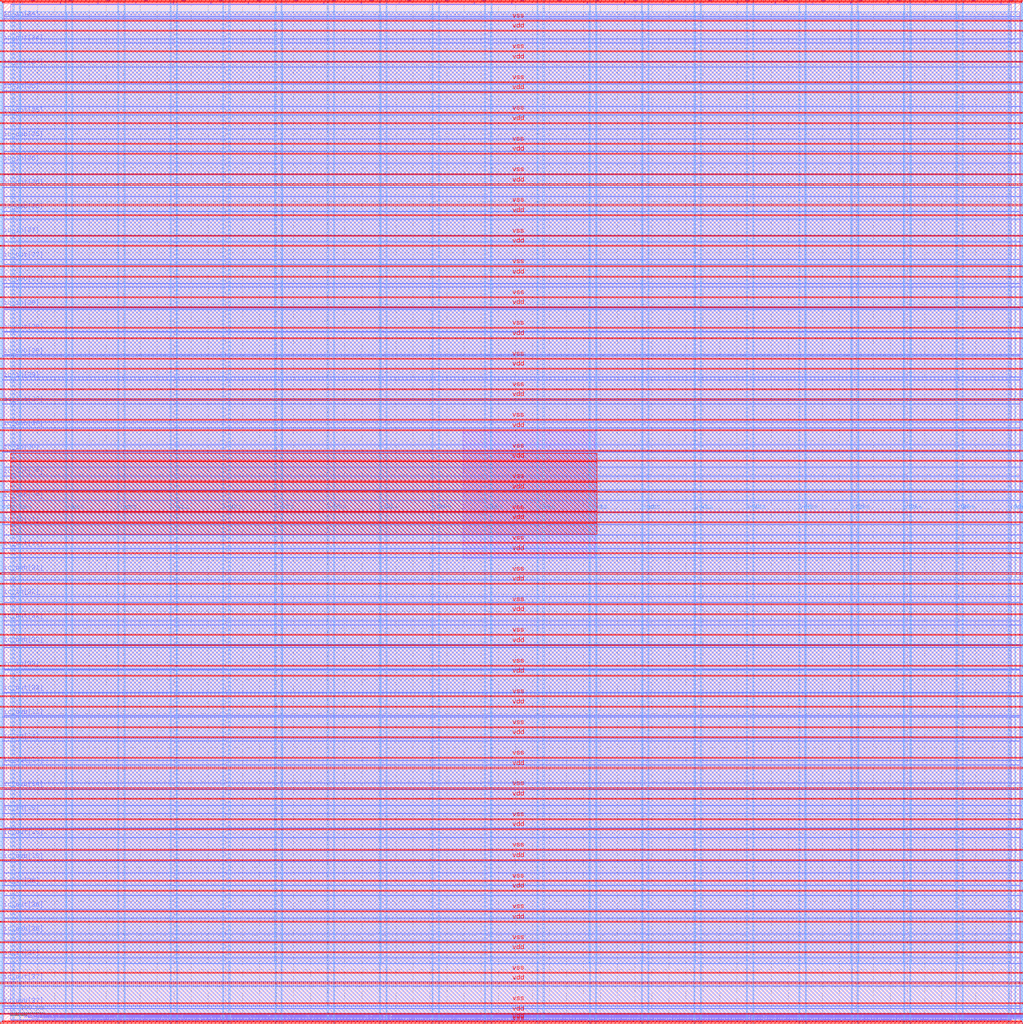
<source format=lef>
VERSION 5.7 ;
  NOWIREEXTENSIONATPIN ON ;
  DIVIDERCHAR "/" ;
  BUSBITCHARS "[]" ;
MACRO user_project_wrapper
  CLASS BLOCK ;
  FOREIGN user_project_wrapper ;
  ORIGIN 0.000 0.000 ;
  SIZE 2980.200 BY 2980.200 ;
  PIN io_in[0]
    DIRECTION INPUT ;
    USE SIGNAL ;
    PORT
      LAYER Metal3 ;
        RECT 2977.800 35.560 2985.000 36.680 ;
    END
  END io_in[0]
  PIN io_in[10]
    DIRECTION INPUT ;
    USE SIGNAL ;
    PORT
      LAYER Metal3 ;
        RECT 2977.800 2017.960 2985.000 2019.080 ;
    END
  END io_in[10]
  PIN io_in[11]
    DIRECTION INPUT ;
    USE SIGNAL ;
    PORT
      LAYER Metal3 ;
        RECT 2977.800 2216.200 2985.000 2217.320 ;
    END
  END io_in[11]
  PIN io_in[12]
    DIRECTION INPUT ;
    USE SIGNAL ;
    PORT
      LAYER Metal3 ;
        RECT 2977.800 2414.440 2985.000 2415.560 ;
    END
  END io_in[12]
  PIN io_in[13]
    DIRECTION INPUT ;
    USE SIGNAL ;
    PORT
      LAYER Metal3 ;
        RECT 2977.800 2612.680 2985.000 2613.800 ;
    END
  END io_in[13]
  PIN io_in[14]
    DIRECTION INPUT ;
    USE SIGNAL ;
    PORT
      LAYER Metal3 ;
        RECT 2977.800 2810.920 2985.000 2812.040 ;
    END
  END io_in[14]
  PIN io_in[15]
    DIRECTION INPUT ;
    USE SIGNAL ;
    PORT
      LAYER Metal2 ;
        RECT 2923.480 2977.800 2924.600 2985.000 ;
    END
  END io_in[15]
  PIN io_in[16]
    DIRECTION INPUT ;
    USE SIGNAL ;
    PORT
      LAYER Metal2 ;
        RECT 2592.520 2977.800 2593.640 2985.000 ;
    END
  END io_in[16]
  PIN io_in[17]
    DIRECTION INPUT ;
    USE SIGNAL ;
    PORT
      LAYER Metal2 ;
        RECT 2261.560 2977.800 2262.680 2985.000 ;
    END
  END io_in[17]
  PIN io_in[18]
    DIRECTION INPUT ;
    USE SIGNAL ;
    PORT
      LAYER Metal2 ;
        RECT 1930.600 2977.800 1931.720 2985.000 ;
    END
  END io_in[18]
  PIN io_in[19]
    DIRECTION INPUT ;
    USE SIGNAL ;
    PORT
      LAYER Metal2 ;
        RECT 1599.640 2977.800 1600.760 2985.000 ;
    END
  END io_in[19]
  PIN io_in[1]
    DIRECTION INPUT ;
    USE SIGNAL ;
    PORT
      LAYER Metal3 ;
        RECT 2977.800 233.800 2985.000 234.920 ;
    END
  END io_in[1]
  PIN io_in[20]
    DIRECTION INPUT ;
    USE SIGNAL ;
    PORT
      LAYER Metal2 ;
        RECT 1268.680 2977.800 1269.800 2985.000 ;
    END
  END io_in[20]
  PIN io_in[21]
    DIRECTION INPUT ;
    USE SIGNAL ;
    PORT
      LAYER Metal2 ;
        RECT 937.720 2977.800 938.840 2985.000 ;
    END
  END io_in[21]
  PIN io_in[22]
    DIRECTION INPUT ;
    USE SIGNAL ;
    PORT
      LAYER Metal2 ;
        RECT 606.760 2977.800 607.880 2985.000 ;
    END
  END io_in[22]
  PIN io_in[23]
    DIRECTION INPUT ;
    USE SIGNAL ;
    PORT
      LAYER Metal2 ;
        RECT 275.800 2977.800 276.920 2985.000 ;
    END
  END io_in[23]
  PIN io_in[24]
    DIRECTION INPUT ;
    USE SIGNAL ;
    PORT
      LAYER Metal3 ;
        RECT -4.800 2935.800 2.400 2936.920 ;
    END
  END io_in[24]
  PIN io_in[25]
    DIRECTION INPUT ;
    USE SIGNAL ;
    PORT
      LAYER Metal3 ;
        RECT -4.800 2724.120 2.400 2725.240 ;
    END
  END io_in[25]
  PIN io_in[26]
    DIRECTION INPUT ;
    USE SIGNAL ;
    PORT
      LAYER Metal3 ;
        RECT -4.800 2512.440 2.400 2513.560 ;
    END
  END io_in[26]
  PIN io_in[27]
    DIRECTION INPUT ;
    USE SIGNAL ;
    PORT
      LAYER Metal3 ;
        RECT -4.800 2300.760 2.400 2301.880 ;
    END
  END io_in[27]
  PIN io_in[28]
    DIRECTION INPUT ;
    USE SIGNAL ;
    PORT
      LAYER Metal3 ;
        RECT -4.800 2089.080 2.400 2090.200 ;
    END
  END io_in[28]
  PIN io_in[29]
    DIRECTION INPUT ;
    USE SIGNAL ;
    PORT
      LAYER Metal3 ;
        RECT -4.800 1877.400 2.400 1878.520 ;
    END
  END io_in[29]
  PIN io_in[2]
    DIRECTION INPUT ;
    USE SIGNAL ;
    PORT
      LAYER Metal3 ;
        RECT 2977.800 432.040 2985.000 433.160 ;
    END
  END io_in[2]
  PIN io_in[30]
    DIRECTION INPUT ;
    USE SIGNAL ;
    PORT
      LAYER Metal3 ;
        RECT -4.800 1665.720 2.400 1666.840 ;
    END
  END io_in[30]
  PIN io_in[31]
    DIRECTION INPUT ;
    USE SIGNAL ;
    PORT
      LAYER Metal3 ;
        RECT -4.800 1454.040 2.400 1455.160 ;
    END
  END io_in[31]
  PIN io_in[32]
    DIRECTION INPUT ;
    USE SIGNAL ;
    PORT
      LAYER Metal3 ;
        RECT -4.800 1242.360 2.400 1243.480 ;
    END
  END io_in[32]
  PIN io_in[33]
    DIRECTION INPUT ;
    USE SIGNAL ;
    PORT
      LAYER Metal3 ;
        RECT -4.800 1030.680 2.400 1031.800 ;
    END
  END io_in[33]
  PIN io_in[34]
    DIRECTION INPUT ;
    USE SIGNAL ;
    PORT
      LAYER Metal3 ;
        RECT -4.800 819.000 2.400 820.120 ;
    END
  END io_in[34]
  PIN io_in[35]
    DIRECTION INPUT ;
    USE SIGNAL ;
    PORT
      LAYER Metal3 ;
        RECT -4.800 607.320 2.400 608.440 ;
    END
  END io_in[35]
  PIN io_in[36]
    DIRECTION INPUT ;
    USE SIGNAL ;
    PORT
      LAYER Metal3 ;
        RECT -4.800 395.640 2.400 396.760 ;
    END
  END io_in[36]
  PIN io_in[37]
    DIRECTION INPUT ;
    USE SIGNAL ;
    PORT
      LAYER Metal3 ;
        RECT -4.800 183.960 2.400 185.080 ;
    END
  END io_in[37]
  PIN io_in[3]
    DIRECTION INPUT ;
    USE SIGNAL ;
    PORT
      LAYER Metal3 ;
        RECT 2977.800 630.280 2985.000 631.400 ;
    END
  END io_in[3]
  PIN io_in[4]
    DIRECTION INPUT ;
    USE SIGNAL ;
    PORT
      LAYER Metal3 ;
        RECT 2977.800 828.520 2985.000 829.640 ;
    END
  END io_in[4]
  PIN io_in[5]
    DIRECTION INPUT ;
    USE SIGNAL ;
    PORT
      LAYER Metal3 ;
        RECT 2977.800 1026.760 2985.000 1027.880 ;
    END
  END io_in[5]
  PIN io_in[6]
    DIRECTION INPUT ;
    USE SIGNAL ;
    PORT
      LAYER Metal3 ;
        RECT 2977.800 1225.000 2985.000 1226.120 ;
    END
  END io_in[6]
  PIN io_in[7]
    DIRECTION INPUT ;
    USE SIGNAL ;
    PORT
      LAYER Metal3 ;
        RECT 2977.800 1423.240 2985.000 1424.360 ;
    END
  END io_in[7]
  PIN io_in[8]
    DIRECTION INPUT ;
    USE SIGNAL ;
    PORT
      LAYER Metal3 ;
        RECT 2977.800 1621.480 2985.000 1622.600 ;
    END
  END io_in[8]
  PIN io_in[9]
    DIRECTION INPUT ;
    USE SIGNAL ;
    PORT
      LAYER Metal3 ;
        RECT 2977.800 1819.720 2985.000 1820.840 ;
    END
  END io_in[9]
  PIN io_oeb[0]
    DIRECTION OUTPUT TRISTATE ;
    USE SIGNAL ;
    PORT
      LAYER Metal3 ;
        RECT 2977.800 167.720 2985.000 168.840 ;
    END
  END io_oeb[0]
  PIN io_oeb[10]
    DIRECTION OUTPUT TRISTATE ;
    USE SIGNAL ;
    PORT
      LAYER Metal3 ;
        RECT 2977.800 2150.120 2985.000 2151.240 ;
    END
  END io_oeb[10]
  PIN io_oeb[11]
    DIRECTION OUTPUT TRISTATE ;
    USE SIGNAL ;
    PORT
      LAYER Metal3 ;
        RECT 2977.800 2348.360 2985.000 2349.480 ;
    END
  END io_oeb[11]
  PIN io_oeb[12]
    DIRECTION OUTPUT TRISTATE ;
    USE SIGNAL ;
    PORT
      LAYER Metal3 ;
        RECT 2977.800 2546.600 2985.000 2547.720 ;
    END
  END io_oeb[12]
  PIN io_oeb[13]
    DIRECTION OUTPUT TRISTATE ;
    USE SIGNAL ;
    PORT
      LAYER Metal3 ;
        RECT 2977.800 2744.840 2985.000 2745.960 ;
    END
  END io_oeb[13]
  PIN io_oeb[14]
    DIRECTION OUTPUT TRISTATE ;
    USE SIGNAL ;
    PORT
      LAYER Metal3 ;
        RECT 2977.800 2943.080 2985.000 2944.200 ;
    END
  END io_oeb[14]
  PIN io_oeb[15]
    DIRECTION OUTPUT TRISTATE ;
    USE SIGNAL ;
    PORT
      LAYER Metal2 ;
        RECT 2702.840 2977.800 2703.960 2985.000 ;
    END
  END io_oeb[15]
  PIN io_oeb[16]
    DIRECTION OUTPUT TRISTATE ;
    USE SIGNAL ;
    PORT
      LAYER Metal2 ;
        RECT 2371.880 2977.800 2373.000 2985.000 ;
    END
  END io_oeb[16]
  PIN io_oeb[17]
    DIRECTION OUTPUT TRISTATE ;
    USE SIGNAL ;
    PORT
      LAYER Metal2 ;
        RECT 2040.920 2977.800 2042.040 2985.000 ;
    END
  END io_oeb[17]
  PIN io_oeb[18]
    DIRECTION OUTPUT TRISTATE ;
    USE SIGNAL ;
    PORT
      LAYER Metal2 ;
        RECT 1709.960 2977.800 1711.080 2985.000 ;
    END
  END io_oeb[18]
  PIN io_oeb[19]
    DIRECTION OUTPUT TRISTATE ;
    USE SIGNAL ;
    PORT
      LAYER Metal2 ;
        RECT 1379.000 2977.800 1380.120 2985.000 ;
    END
  END io_oeb[19]
  PIN io_oeb[1]
    DIRECTION OUTPUT TRISTATE ;
    USE SIGNAL ;
    PORT
      LAYER Metal3 ;
        RECT 2977.800 365.960 2985.000 367.080 ;
    END
  END io_oeb[1]
  PIN io_oeb[20]
    DIRECTION OUTPUT TRISTATE ;
    USE SIGNAL ;
    PORT
      LAYER Metal2 ;
        RECT 1048.040 2977.800 1049.160 2985.000 ;
    END
  END io_oeb[20]
  PIN io_oeb[21]
    DIRECTION OUTPUT TRISTATE ;
    USE SIGNAL ;
    PORT
      LAYER Metal2 ;
        RECT 717.080 2977.800 718.200 2985.000 ;
    END
  END io_oeb[21]
  PIN io_oeb[22]
    DIRECTION OUTPUT TRISTATE ;
    USE SIGNAL ;
    PORT
      LAYER Metal2 ;
        RECT 386.120 2977.800 387.240 2985.000 ;
    END
  END io_oeb[22]
  PIN io_oeb[23]
    DIRECTION OUTPUT TRISTATE ;
    USE SIGNAL ;
    PORT
      LAYER Metal2 ;
        RECT 55.160 2977.800 56.280 2985.000 ;
    END
  END io_oeb[23]
  PIN io_oeb[24]
    DIRECTION OUTPUT TRISTATE ;
    USE SIGNAL ;
    PORT
      LAYER Metal3 ;
        RECT -4.800 2794.680 2.400 2795.800 ;
    END
  END io_oeb[24]
  PIN io_oeb[25]
    DIRECTION OUTPUT TRISTATE ;
    USE SIGNAL ;
    PORT
      LAYER Metal3 ;
        RECT -4.800 2583.000 2.400 2584.120 ;
    END
  END io_oeb[25]
  PIN io_oeb[26]
    DIRECTION OUTPUT TRISTATE ;
    USE SIGNAL ;
    PORT
      LAYER Metal3 ;
        RECT -4.800 2371.320 2.400 2372.440 ;
    END
  END io_oeb[26]
  PIN io_oeb[27]
    DIRECTION OUTPUT TRISTATE ;
    USE SIGNAL ;
    PORT
      LAYER Metal3 ;
        RECT -4.800 2159.640 2.400 2160.760 ;
    END
  END io_oeb[27]
  PIN io_oeb[28]
    DIRECTION OUTPUT TRISTATE ;
    USE SIGNAL ;
    PORT
      LAYER Metal3 ;
        RECT -4.800 1947.960 2.400 1949.080 ;
    END
  END io_oeb[28]
  PIN io_oeb[29]
    DIRECTION OUTPUT TRISTATE ;
    USE SIGNAL ;
    PORT
      LAYER Metal3 ;
        RECT -4.800 1736.280 2.400 1737.400 ;
    END
  END io_oeb[29]
  PIN io_oeb[2]
    DIRECTION OUTPUT TRISTATE ;
    USE SIGNAL ;
    PORT
      LAYER Metal3 ;
        RECT 2977.800 564.200 2985.000 565.320 ;
    END
  END io_oeb[2]
  PIN io_oeb[30]
    DIRECTION OUTPUT TRISTATE ;
    USE SIGNAL ;
    PORT
      LAYER Metal3 ;
        RECT -4.800 1524.600 2.400 1525.720 ;
    END
  END io_oeb[30]
  PIN io_oeb[31]
    DIRECTION OUTPUT TRISTATE ;
    USE SIGNAL ;
    PORT
      LAYER Metal3 ;
        RECT -4.800 1312.920 2.400 1314.040 ;
    END
  END io_oeb[31]
  PIN io_oeb[32]
    DIRECTION OUTPUT TRISTATE ;
    USE SIGNAL ;
    PORT
      LAYER Metal3 ;
        RECT -4.800 1101.240 2.400 1102.360 ;
    END
  END io_oeb[32]
  PIN io_oeb[33]
    DIRECTION OUTPUT TRISTATE ;
    USE SIGNAL ;
    PORT
      LAYER Metal3 ;
        RECT -4.800 889.560 2.400 890.680 ;
    END
  END io_oeb[33]
  PIN io_oeb[34]
    DIRECTION OUTPUT TRISTATE ;
    USE SIGNAL ;
    PORT
      LAYER Metal3 ;
        RECT -4.800 677.880 2.400 679.000 ;
    END
  END io_oeb[34]
  PIN io_oeb[35]
    DIRECTION OUTPUT TRISTATE ;
    USE SIGNAL ;
    PORT
      LAYER Metal3 ;
        RECT -4.800 466.200 2.400 467.320 ;
    END
  END io_oeb[35]
  PIN io_oeb[36]
    DIRECTION OUTPUT TRISTATE ;
    USE SIGNAL ;
    PORT
      LAYER Metal3 ;
        RECT -4.800 254.520 2.400 255.640 ;
    END
  END io_oeb[36]
  PIN io_oeb[37]
    DIRECTION OUTPUT TRISTATE ;
    USE SIGNAL ;
    PORT
      LAYER Metal3 ;
        RECT -4.800 42.840 2.400 43.960 ;
    END
  END io_oeb[37]
  PIN io_oeb[3]
    DIRECTION OUTPUT TRISTATE ;
    USE SIGNAL ;
    PORT
      LAYER Metal3 ;
        RECT 2977.800 762.440 2985.000 763.560 ;
    END
  END io_oeb[3]
  PIN io_oeb[4]
    DIRECTION OUTPUT TRISTATE ;
    USE SIGNAL ;
    PORT
      LAYER Metal3 ;
        RECT 2977.800 960.680 2985.000 961.800 ;
    END
  END io_oeb[4]
  PIN io_oeb[5]
    DIRECTION OUTPUT TRISTATE ;
    USE SIGNAL ;
    PORT
      LAYER Metal3 ;
        RECT 2977.800 1158.920 2985.000 1160.040 ;
    END
  END io_oeb[5]
  PIN io_oeb[6]
    DIRECTION OUTPUT TRISTATE ;
    USE SIGNAL ;
    PORT
      LAYER Metal3 ;
        RECT 2977.800 1357.160 2985.000 1358.280 ;
    END
  END io_oeb[6]
  PIN io_oeb[7]
    DIRECTION OUTPUT TRISTATE ;
    USE SIGNAL ;
    PORT
      LAYER Metal3 ;
        RECT 2977.800 1555.400 2985.000 1556.520 ;
    END
  END io_oeb[7]
  PIN io_oeb[8]
    DIRECTION OUTPUT TRISTATE ;
    USE SIGNAL ;
    PORT
      LAYER Metal3 ;
        RECT 2977.800 1753.640 2985.000 1754.760 ;
    END
  END io_oeb[8]
  PIN io_oeb[9]
    DIRECTION OUTPUT TRISTATE ;
    USE SIGNAL ;
    PORT
      LAYER Metal3 ;
        RECT 2977.800 1951.880 2985.000 1953.000 ;
    END
  END io_oeb[9]
  PIN io_out[0]
    DIRECTION OUTPUT TRISTATE ;
    USE SIGNAL ;
    PORT
      LAYER Metal3 ;
        RECT 2977.800 101.640 2985.000 102.760 ;
    END
  END io_out[0]
  PIN io_out[10]
    DIRECTION OUTPUT TRISTATE ;
    USE SIGNAL ;
    PORT
      LAYER Metal3 ;
        RECT 2977.800 2084.040 2985.000 2085.160 ;
    END
  END io_out[10]
  PIN io_out[11]
    DIRECTION OUTPUT TRISTATE ;
    USE SIGNAL ;
    PORT
      LAYER Metal3 ;
        RECT 2977.800 2282.280 2985.000 2283.400 ;
    END
  END io_out[11]
  PIN io_out[12]
    DIRECTION OUTPUT TRISTATE ;
    USE SIGNAL ;
    PORT
      LAYER Metal3 ;
        RECT 2977.800 2480.520 2985.000 2481.640 ;
    END
  END io_out[12]
  PIN io_out[13]
    DIRECTION OUTPUT TRISTATE ;
    USE SIGNAL ;
    PORT
      LAYER Metal3 ;
        RECT 2977.800 2678.760 2985.000 2679.880 ;
    END
  END io_out[13]
  PIN io_out[14]
    DIRECTION OUTPUT TRISTATE ;
    USE SIGNAL ;
    PORT
      LAYER Metal3 ;
        RECT 2977.800 2877.000 2985.000 2878.120 ;
    END
  END io_out[14]
  PIN io_out[15]
    DIRECTION OUTPUT TRISTATE ;
    USE SIGNAL ;
    PORT
      LAYER Metal2 ;
        RECT 2813.160 2977.800 2814.280 2985.000 ;
    END
  END io_out[15]
  PIN io_out[16]
    DIRECTION OUTPUT TRISTATE ;
    USE SIGNAL ;
    PORT
      LAYER Metal2 ;
        RECT 2482.200 2977.800 2483.320 2985.000 ;
    END
  END io_out[16]
  PIN io_out[17]
    DIRECTION OUTPUT TRISTATE ;
    USE SIGNAL ;
    PORT
      LAYER Metal2 ;
        RECT 2151.240 2977.800 2152.360 2985.000 ;
    END
  END io_out[17]
  PIN io_out[18]
    DIRECTION OUTPUT TRISTATE ;
    USE SIGNAL ;
    PORT
      LAYER Metal2 ;
        RECT 1820.280 2977.800 1821.400 2985.000 ;
    END
  END io_out[18]
  PIN io_out[19]
    DIRECTION OUTPUT TRISTATE ;
    USE SIGNAL ;
    PORT
      LAYER Metal2 ;
        RECT 1489.320 2977.800 1490.440 2985.000 ;
    END
  END io_out[19]
  PIN io_out[1]
    DIRECTION OUTPUT TRISTATE ;
    USE SIGNAL ;
    PORT
      LAYER Metal3 ;
        RECT 2977.800 299.880 2985.000 301.000 ;
    END
  END io_out[1]
  PIN io_out[20]
    DIRECTION OUTPUT TRISTATE ;
    USE SIGNAL ;
    PORT
      LAYER Metal2 ;
        RECT 1158.360 2977.800 1159.480 2985.000 ;
    END
  END io_out[20]
  PIN io_out[21]
    DIRECTION OUTPUT TRISTATE ;
    USE SIGNAL ;
    PORT
      LAYER Metal2 ;
        RECT 827.400 2977.800 828.520 2985.000 ;
    END
  END io_out[21]
  PIN io_out[22]
    DIRECTION OUTPUT TRISTATE ;
    USE SIGNAL ;
    PORT
      LAYER Metal2 ;
        RECT 496.440 2977.800 497.560 2985.000 ;
    END
  END io_out[22]
  PIN io_out[23]
    DIRECTION OUTPUT TRISTATE ;
    USE SIGNAL ;
    PORT
      LAYER Metal2 ;
        RECT 165.480 2977.800 166.600 2985.000 ;
    END
  END io_out[23]
  PIN io_out[24]
    DIRECTION OUTPUT TRISTATE ;
    USE SIGNAL ;
    PORT
      LAYER Metal3 ;
        RECT -4.800 2865.240 2.400 2866.360 ;
    END
  END io_out[24]
  PIN io_out[25]
    DIRECTION OUTPUT TRISTATE ;
    USE SIGNAL ;
    PORT
      LAYER Metal3 ;
        RECT -4.800 2653.560 2.400 2654.680 ;
    END
  END io_out[25]
  PIN io_out[26]
    DIRECTION OUTPUT TRISTATE ;
    USE SIGNAL ;
    PORT
      LAYER Metal3 ;
        RECT -4.800 2441.880 2.400 2443.000 ;
    END
  END io_out[26]
  PIN io_out[27]
    DIRECTION OUTPUT TRISTATE ;
    USE SIGNAL ;
    PORT
      LAYER Metal3 ;
        RECT -4.800 2230.200 2.400 2231.320 ;
    END
  END io_out[27]
  PIN io_out[28]
    DIRECTION OUTPUT TRISTATE ;
    USE SIGNAL ;
    PORT
      LAYER Metal3 ;
        RECT -4.800 2018.520 2.400 2019.640 ;
    END
  END io_out[28]
  PIN io_out[29]
    DIRECTION OUTPUT TRISTATE ;
    USE SIGNAL ;
    PORT
      LAYER Metal3 ;
        RECT -4.800 1806.840 2.400 1807.960 ;
    END
  END io_out[29]
  PIN io_out[2]
    DIRECTION OUTPUT TRISTATE ;
    USE SIGNAL ;
    PORT
      LAYER Metal3 ;
        RECT 2977.800 498.120 2985.000 499.240 ;
    END
  END io_out[2]
  PIN io_out[30]
    DIRECTION OUTPUT TRISTATE ;
    USE SIGNAL ;
    PORT
      LAYER Metal3 ;
        RECT -4.800 1595.160 2.400 1596.280 ;
    END
  END io_out[30]
  PIN io_out[31]
    DIRECTION OUTPUT TRISTATE ;
    USE SIGNAL ;
    PORT
      LAYER Metal3 ;
        RECT -4.800 1383.480 2.400 1384.600 ;
    END
  END io_out[31]
  PIN io_out[32]
    DIRECTION OUTPUT TRISTATE ;
    USE SIGNAL ;
    PORT
      LAYER Metal3 ;
        RECT -4.800 1171.800 2.400 1172.920 ;
    END
  END io_out[32]
  PIN io_out[33]
    DIRECTION OUTPUT TRISTATE ;
    USE SIGNAL ;
    PORT
      LAYER Metal3 ;
        RECT -4.800 960.120 2.400 961.240 ;
    END
  END io_out[33]
  PIN io_out[34]
    DIRECTION OUTPUT TRISTATE ;
    USE SIGNAL ;
    PORT
      LAYER Metal3 ;
        RECT -4.800 748.440 2.400 749.560 ;
    END
  END io_out[34]
  PIN io_out[35]
    DIRECTION OUTPUT TRISTATE ;
    USE SIGNAL ;
    PORT
      LAYER Metal3 ;
        RECT -4.800 536.760 2.400 537.880 ;
    END
  END io_out[35]
  PIN io_out[36]
    DIRECTION OUTPUT TRISTATE ;
    USE SIGNAL ;
    PORT
      LAYER Metal3 ;
        RECT -4.800 325.080 2.400 326.200 ;
    END
  END io_out[36]
  PIN io_out[37]
    DIRECTION OUTPUT TRISTATE ;
    USE SIGNAL ;
    PORT
      LAYER Metal3 ;
        RECT -4.800 113.400 2.400 114.520 ;
    END
  END io_out[37]
  PIN io_out[3]
    DIRECTION OUTPUT TRISTATE ;
    USE SIGNAL ;
    PORT
      LAYER Metal3 ;
        RECT 2977.800 696.360 2985.000 697.480 ;
    END
  END io_out[3]
  PIN io_out[4]
    DIRECTION OUTPUT TRISTATE ;
    USE SIGNAL ;
    PORT
      LAYER Metal3 ;
        RECT 2977.800 894.600 2985.000 895.720 ;
    END
  END io_out[4]
  PIN io_out[5]
    DIRECTION OUTPUT TRISTATE ;
    USE SIGNAL ;
    PORT
      LAYER Metal3 ;
        RECT 2977.800 1092.840 2985.000 1093.960 ;
    END
  END io_out[5]
  PIN io_out[6]
    DIRECTION OUTPUT TRISTATE ;
    USE SIGNAL ;
    PORT
      LAYER Metal3 ;
        RECT 2977.800 1291.080 2985.000 1292.200 ;
    END
  END io_out[6]
  PIN io_out[7]
    DIRECTION OUTPUT TRISTATE ;
    USE SIGNAL ;
    PORT
      LAYER Metal3 ;
        RECT 2977.800 1489.320 2985.000 1490.440 ;
    END
  END io_out[7]
  PIN io_out[8]
    DIRECTION OUTPUT TRISTATE ;
    USE SIGNAL ;
    PORT
      LAYER Metal3 ;
        RECT 2977.800 1687.560 2985.000 1688.680 ;
    END
  END io_out[8]
  PIN io_out[9]
    DIRECTION OUTPUT TRISTATE ;
    USE SIGNAL ;
    PORT
      LAYER Metal3 ;
        RECT 2977.800 1885.800 2985.000 1886.920 ;
    END
  END io_out[9]
  PIN la_data_in[0]
    DIRECTION INPUT ;
    USE SIGNAL ;
    PORT
      LAYER Metal2 ;
        RECT 1065.960 -4.800 1067.080 2.400 ;
    END
  END la_data_in[0]
  PIN la_data_in[10]
    DIRECTION INPUT ;
    USE SIGNAL ;
    PORT
      LAYER Metal2 ;
        RECT 1351.560 -4.800 1352.680 2.400 ;
    END
  END la_data_in[10]
  PIN la_data_in[11]
    DIRECTION INPUT ;
    USE SIGNAL ;
    PORT
      LAYER Metal2 ;
        RECT 1380.120 -4.800 1381.240 2.400 ;
    END
  END la_data_in[11]
  PIN la_data_in[12]
    DIRECTION INPUT ;
    USE SIGNAL ;
    PORT
      LAYER Metal2 ;
        RECT 1408.680 -4.800 1409.800 2.400 ;
    END
  END la_data_in[12]
  PIN la_data_in[13]
    DIRECTION INPUT ;
    USE SIGNAL ;
    PORT
      LAYER Metal2 ;
        RECT 1437.240 -4.800 1438.360 2.400 ;
    END
  END la_data_in[13]
  PIN la_data_in[14]
    DIRECTION INPUT ;
    USE SIGNAL ;
    PORT
      LAYER Metal2 ;
        RECT 1465.800 -4.800 1466.920 2.400 ;
    END
  END la_data_in[14]
  PIN la_data_in[15]
    DIRECTION INPUT ;
    USE SIGNAL ;
    PORT
      LAYER Metal2 ;
        RECT 1494.360 -4.800 1495.480 2.400 ;
    END
  END la_data_in[15]
  PIN la_data_in[16]
    DIRECTION INPUT ;
    USE SIGNAL ;
    PORT
      LAYER Metal2 ;
        RECT 1522.920 -4.800 1524.040 2.400 ;
    END
  END la_data_in[16]
  PIN la_data_in[17]
    DIRECTION INPUT ;
    USE SIGNAL ;
    PORT
      LAYER Metal2 ;
        RECT 1551.480 -4.800 1552.600 2.400 ;
    END
  END la_data_in[17]
  PIN la_data_in[18]
    DIRECTION INPUT ;
    USE SIGNAL ;
    PORT
      LAYER Metal2 ;
        RECT 1580.040 -4.800 1581.160 2.400 ;
    END
  END la_data_in[18]
  PIN la_data_in[19]
    DIRECTION INPUT ;
    USE SIGNAL ;
    PORT
      LAYER Metal2 ;
        RECT 1608.600 -4.800 1609.720 2.400 ;
    END
  END la_data_in[19]
  PIN la_data_in[1]
    DIRECTION INPUT ;
    USE SIGNAL ;
    PORT
      LAYER Metal2 ;
        RECT 1094.520 -4.800 1095.640 2.400 ;
    END
  END la_data_in[1]
  PIN la_data_in[20]
    DIRECTION INPUT ;
    USE SIGNAL ;
    PORT
      LAYER Metal2 ;
        RECT 1637.160 -4.800 1638.280 2.400 ;
    END
  END la_data_in[20]
  PIN la_data_in[21]
    DIRECTION INPUT ;
    USE SIGNAL ;
    PORT
      LAYER Metal2 ;
        RECT 1665.720 -4.800 1666.840 2.400 ;
    END
  END la_data_in[21]
  PIN la_data_in[22]
    DIRECTION INPUT ;
    USE SIGNAL ;
    PORT
      LAYER Metal2 ;
        RECT 1694.280 -4.800 1695.400 2.400 ;
    END
  END la_data_in[22]
  PIN la_data_in[23]
    DIRECTION INPUT ;
    USE SIGNAL ;
    PORT
      LAYER Metal2 ;
        RECT 1722.840 -4.800 1723.960 2.400 ;
    END
  END la_data_in[23]
  PIN la_data_in[24]
    DIRECTION INPUT ;
    USE SIGNAL ;
    PORT
      LAYER Metal2 ;
        RECT 1751.400 -4.800 1752.520 2.400 ;
    END
  END la_data_in[24]
  PIN la_data_in[25]
    DIRECTION INPUT ;
    USE SIGNAL ;
    PORT
      LAYER Metal2 ;
        RECT 1779.960 -4.800 1781.080 2.400 ;
    END
  END la_data_in[25]
  PIN la_data_in[26]
    DIRECTION INPUT ;
    USE SIGNAL ;
    PORT
      LAYER Metal2 ;
        RECT 1808.520 -4.800 1809.640 2.400 ;
    END
  END la_data_in[26]
  PIN la_data_in[27]
    DIRECTION INPUT ;
    USE SIGNAL ;
    PORT
      LAYER Metal2 ;
        RECT 1837.080 -4.800 1838.200 2.400 ;
    END
  END la_data_in[27]
  PIN la_data_in[28]
    DIRECTION INPUT ;
    USE SIGNAL ;
    PORT
      LAYER Metal2 ;
        RECT 1865.640 -4.800 1866.760 2.400 ;
    END
  END la_data_in[28]
  PIN la_data_in[29]
    DIRECTION INPUT ;
    USE SIGNAL ;
    PORT
      LAYER Metal2 ;
        RECT 1894.200 -4.800 1895.320 2.400 ;
    END
  END la_data_in[29]
  PIN la_data_in[2]
    DIRECTION INPUT ;
    USE SIGNAL ;
    PORT
      LAYER Metal2 ;
        RECT 1123.080 -4.800 1124.200 2.400 ;
    END
  END la_data_in[2]
  PIN la_data_in[30]
    DIRECTION INPUT ;
    USE SIGNAL ;
    PORT
      LAYER Metal2 ;
        RECT 1922.760 -4.800 1923.880 2.400 ;
    END
  END la_data_in[30]
  PIN la_data_in[31]
    DIRECTION INPUT ;
    USE SIGNAL ;
    PORT
      LAYER Metal2 ;
        RECT 1951.320 -4.800 1952.440 2.400 ;
    END
  END la_data_in[31]
  PIN la_data_in[32]
    DIRECTION INPUT ;
    USE SIGNAL ;
    PORT
      LAYER Metal2 ;
        RECT 1979.880 -4.800 1981.000 2.400 ;
    END
  END la_data_in[32]
  PIN la_data_in[33]
    DIRECTION INPUT ;
    USE SIGNAL ;
    PORT
      LAYER Metal2 ;
        RECT 2008.440 -4.800 2009.560 2.400 ;
    END
  END la_data_in[33]
  PIN la_data_in[34]
    DIRECTION INPUT ;
    USE SIGNAL ;
    PORT
      LAYER Metal2 ;
        RECT 2037.000 -4.800 2038.120 2.400 ;
    END
  END la_data_in[34]
  PIN la_data_in[35]
    DIRECTION INPUT ;
    USE SIGNAL ;
    PORT
      LAYER Metal2 ;
        RECT 2065.560 -4.800 2066.680 2.400 ;
    END
  END la_data_in[35]
  PIN la_data_in[36]
    DIRECTION INPUT ;
    USE SIGNAL ;
    PORT
      LAYER Metal2 ;
        RECT 2094.120 -4.800 2095.240 2.400 ;
    END
  END la_data_in[36]
  PIN la_data_in[37]
    DIRECTION INPUT ;
    USE SIGNAL ;
    PORT
      LAYER Metal2 ;
        RECT 2122.680 -4.800 2123.800 2.400 ;
    END
  END la_data_in[37]
  PIN la_data_in[38]
    DIRECTION INPUT ;
    USE SIGNAL ;
    PORT
      LAYER Metal2 ;
        RECT 2151.240 -4.800 2152.360 2.400 ;
    END
  END la_data_in[38]
  PIN la_data_in[39]
    DIRECTION INPUT ;
    USE SIGNAL ;
    PORT
      LAYER Metal2 ;
        RECT 2179.800 -4.800 2180.920 2.400 ;
    END
  END la_data_in[39]
  PIN la_data_in[3]
    DIRECTION INPUT ;
    USE SIGNAL ;
    PORT
      LAYER Metal2 ;
        RECT 1151.640 -4.800 1152.760 2.400 ;
    END
  END la_data_in[3]
  PIN la_data_in[40]
    DIRECTION INPUT ;
    USE SIGNAL ;
    PORT
      LAYER Metal2 ;
        RECT 2208.360 -4.800 2209.480 2.400 ;
    END
  END la_data_in[40]
  PIN la_data_in[41]
    DIRECTION INPUT ;
    USE SIGNAL ;
    PORT
      LAYER Metal2 ;
        RECT 2236.920 -4.800 2238.040 2.400 ;
    END
  END la_data_in[41]
  PIN la_data_in[42]
    DIRECTION INPUT ;
    USE SIGNAL ;
    PORT
      LAYER Metal2 ;
        RECT 2265.480 -4.800 2266.600 2.400 ;
    END
  END la_data_in[42]
  PIN la_data_in[43]
    DIRECTION INPUT ;
    USE SIGNAL ;
    PORT
      LAYER Metal2 ;
        RECT 2294.040 -4.800 2295.160 2.400 ;
    END
  END la_data_in[43]
  PIN la_data_in[44]
    DIRECTION INPUT ;
    USE SIGNAL ;
    PORT
      LAYER Metal2 ;
        RECT 2322.600 -4.800 2323.720 2.400 ;
    END
  END la_data_in[44]
  PIN la_data_in[45]
    DIRECTION INPUT ;
    USE SIGNAL ;
    PORT
      LAYER Metal2 ;
        RECT 2351.160 -4.800 2352.280 2.400 ;
    END
  END la_data_in[45]
  PIN la_data_in[46]
    DIRECTION INPUT ;
    USE SIGNAL ;
    PORT
      LAYER Metal2 ;
        RECT 2379.720 -4.800 2380.840 2.400 ;
    END
  END la_data_in[46]
  PIN la_data_in[47]
    DIRECTION INPUT ;
    USE SIGNAL ;
    PORT
      LAYER Metal2 ;
        RECT 2408.280 -4.800 2409.400 2.400 ;
    END
  END la_data_in[47]
  PIN la_data_in[48]
    DIRECTION INPUT ;
    USE SIGNAL ;
    PORT
      LAYER Metal2 ;
        RECT 2436.840 -4.800 2437.960 2.400 ;
    END
  END la_data_in[48]
  PIN la_data_in[49]
    DIRECTION INPUT ;
    USE SIGNAL ;
    PORT
      LAYER Metal2 ;
        RECT 2465.400 -4.800 2466.520 2.400 ;
    END
  END la_data_in[49]
  PIN la_data_in[4]
    DIRECTION INPUT ;
    USE SIGNAL ;
    PORT
      LAYER Metal2 ;
        RECT 1180.200 -4.800 1181.320 2.400 ;
    END
  END la_data_in[4]
  PIN la_data_in[50]
    DIRECTION INPUT ;
    USE SIGNAL ;
    PORT
      LAYER Metal2 ;
        RECT 2493.960 -4.800 2495.080 2.400 ;
    END
  END la_data_in[50]
  PIN la_data_in[51]
    DIRECTION INPUT ;
    USE SIGNAL ;
    PORT
      LAYER Metal2 ;
        RECT 2522.520 -4.800 2523.640 2.400 ;
    END
  END la_data_in[51]
  PIN la_data_in[52]
    DIRECTION INPUT ;
    USE SIGNAL ;
    PORT
      LAYER Metal2 ;
        RECT 2551.080 -4.800 2552.200 2.400 ;
    END
  END la_data_in[52]
  PIN la_data_in[53]
    DIRECTION INPUT ;
    USE SIGNAL ;
    PORT
      LAYER Metal2 ;
        RECT 2579.640 -4.800 2580.760 2.400 ;
    END
  END la_data_in[53]
  PIN la_data_in[54]
    DIRECTION INPUT ;
    USE SIGNAL ;
    PORT
      LAYER Metal2 ;
        RECT 2608.200 -4.800 2609.320 2.400 ;
    END
  END la_data_in[54]
  PIN la_data_in[55]
    DIRECTION INPUT ;
    USE SIGNAL ;
    PORT
      LAYER Metal2 ;
        RECT 2636.760 -4.800 2637.880 2.400 ;
    END
  END la_data_in[55]
  PIN la_data_in[56]
    DIRECTION INPUT ;
    USE SIGNAL ;
    PORT
      LAYER Metal2 ;
        RECT 2665.320 -4.800 2666.440 2.400 ;
    END
  END la_data_in[56]
  PIN la_data_in[57]
    DIRECTION INPUT ;
    USE SIGNAL ;
    PORT
      LAYER Metal2 ;
        RECT 2693.880 -4.800 2695.000 2.400 ;
    END
  END la_data_in[57]
  PIN la_data_in[58]
    DIRECTION INPUT ;
    USE SIGNAL ;
    PORT
      LAYER Metal2 ;
        RECT 2722.440 -4.800 2723.560 2.400 ;
    END
  END la_data_in[58]
  PIN la_data_in[59]
    DIRECTION INPUT ;
    USE SIGNAL ;
    PORT
      LAYER Metal2 ;
        RECT 2751.000 -4.800 2752.120 2.400 ;
    END
  END la_data_in[59]
  PIN la_data_in[5]
    DIRECTION INPUT ;
    USE SIGNAL ;
    PORT
      LAYER Metal2 ;
        RECT 1208.760 -4.800 1209.880 2.400 ;
    END
  END la_data_in[5]
  PIN la_data_in[60]
    DIRECTION INPUT ;
    USE SIGNAL ;
    PORT
      LAYER Metal2 ;
        RECT 2779.560 -4.800 2780.680 2.400 ;
    END
  END la_data_in[60]
  PIN la_data_in[61]
    DIRECTION INPUT ;
    USE SIGNAL ;
    PORT
      LAYER Metal2 ;
        RECT 2808.120 -4.800 2809.240 2.400 ;
    END
  END la_data_in[61]
  PIN la_data_in[62]
    DIRECTION INPUT ;
    USE SIGNAL ;
    PORT
      LAYER Metal2 ;
        RECT 2836.680 -4.800 2837.800 2.400 ;
    END
  END la_data_in[62]
  PIN la_data_in[63]
    DIRECTION INPUT ;
    USE SIGNAL ;
    PORT
      LAYER Metal2 ;
        RECT 2865.240 -4.800 2866.360 2.400 ;
    END
  END la_data_in[63]
  PIN la_data_in[6]
    DIRECTION INPUT ;
    USE SIGNAL ;
    PORT
      LAYER Metal2 ;
        RECT 1237.320 -4.800 1238.440 2.400 ;
    END
  END la_data_in[6]
  PIN la_data_in[7]
    DIRECTION INPUT ;
    USE SIGNAL ;
    PORT
      LAYER Metal2 ;
        RECT 1265.880 -4.800 1267.000 2.400 ;
    END
  END la_data_in[7]
  PIN la_data_in[8]
    DIRECTION INPUT ;
    USE SIGNAL ;
    PORT
      LAYER Metal2 ;
        RECT 1294.440 -4.800 1295.560 2.400 ;
    END
  END la_data_in[8]
  PIN la_data_in[9]
    DIRECTION INPUT ;
    USE SIGNAL ;
    PORT
      LAYER Metal2 ;
        RECT 1323.000 -4.800 1324.120 2.400 ;
    END
  END la_data_in[9]
  PIN la_data_out[0]
    DIRECTION OUTPUT TRISTATE ;
    USE SIGNAL ;
    PORT
      LAYER Metal2 ;
        RECT 1075.480 -4.800 1076.600 2.400 ;
    END
  END la_data_out[0]
  PIN la_data_out[10]
    DIRECTION OUTPUT TRISTATE ;
    USE SIGNAL ;
    PORT
      LAYER Metal2 ;
        RECT 1361.080 -4.800 1362.200 2.400 ;
    END
  END la_data_out[10]
  PIN la_data_out[11]
    DIRECTION OUTPUT TRISTATE ;
    USE SIGNAL ;
    PORT
      LAYER Metal2 ;
        RECT 1389.640 -4.800 1390.760 2.400 ;
    END
  END la_data_out[11]
  PIN la_data_out[12]
    DIRECTION OUTPUT TRISTATE ;
    USE SIGNAL ;
    PORT
      LAYER Metal2 ;
        RECT 1418.200 -4.800 1419.320 2.400 ;
    END
  END la_data_out[12]
  PIN la_data_out[13]
    DIRECTION OUTPUT TRISTATE ;
    USE SIGNAL ;
    PORT
      LAYER Metal2 ;
        RECT 1446.760 -4.800 1447.880 2.400 ;
    END
  END la_data_out[13]
  PIN la_data_out[14]
    DIRECTION OUTPUT TRISTATE ;
    USE SIGNAL ;
    PORT
      LAYER Metal2 ;
        RECT 1475.320 -4.800 1476.440 2.400 ;
    END
  END la_data_out[14]
  PIN la_data_out[15]
    DIRECTION OUTPUT TRISTATE ;
    USE SIGNAL ;
    PORT
      LAYER Metal2 ;
        RECT 1503.880 -4.800 1505.000 2.400 ;
    END
  END la_data_out[15]
  PIN la_data_out[16]
    DIRECTION OUTPUT TRISTATE ;
    USE SIGNAL ;
    PORT
      LAYER Metal2 ;
        RECT 1532.440 -4.800 1533.560 2.400 ;
    END
  END la_data_out[16]
  PIN la_data_out[17]
    DIRECTION OUTPUT TRISTATE ;
    USE SIGNAL ;
    PORT
      LAYER Metal2 ;
        RECT 1561.000 -4.800 1562.120 2.400 ;
    END
  END la_data_out[17]
  PIN la_data_out[18]
    DIRECTION OUTPUT TRISTATE ;
    USE SIGNAL ;
    PORT
      LAYER Metal2 ;
        RECT 1589.560 -4.800 1590.680 2.400 ;
    END
  END la_data_out[18]
  PIN la_data_out[19]
    DIRECTION OUTPUT TRISTATE ;
    USE SIGNAL ;
    PORT
      LAYER Metal2 ;
        RECT 1618.120 -4.800 1619.240 2.400 ;
    END
  END la_data_out[19]
  PIN la_data_out[1]
    DIRECTION OUTPUT TRISTATE ;
    USE SIGNAL ;
    PORT
      LAYER Metal2 ;
        RECT 1104.040 -4.800 1105.160 2.400 ;
    END
  END la_data_out[1]
  PIN la_data_out[20]
    DIRECTION OUTPUT TRISTATE ;
    USE SIGNAL ;
    PORT
      LAYER Metal2 ;
        RECT 1646.680 -4.800 1647.800 2.400 ;
    END
  END la_data_out[20]
  PIN la_data_out[21]
    DIRECTION OUTPUT TRISTATE ;
    USE SIGNAL ;
    PORT
      LAYER Metal2 ;
        RECT 1675.240 -4.800 1676.360 2.400 ;
    END
  END la_data_out[21]
  PIN la_data_out[22]
    DIRECTION OUTPUT TRISTATE ;
    USE SIGNAL ;
    PORT
      LAYER Metal2 ;
        RECT 1703.800 -4.800 1704.920 2.400 ;
    END
  END la_data_out[22]
  PIN la_data_out[23]
    DIRECTION OUTPUT TRISTATE ;
    USE SIGNAL ;
    PORT
      LAYER Metal2 ;
        RECT 1732.360 -4.800 1733.480 2.400 ;
    END
  END la_data_out[23]
  PIN la_data_out[24]
    DIRECTION OUTPUT TRISTATE ;
    USE SIGNAL ;
    PORT
      LAYER Metal2 ;
        RECT 1760.920 -4.800 1762.040 2.400 ;
    END
  END la_data_out[24]
  PIN la_data_out[25]
    DIRECTION OUTPUT TRISTATE ;
    USE SIGNAL ;
    PORT
      LAYER Metal2 ;
        RECT 1789.480 -4.800 1790.600 2.400 ;
    END
  END la_data_out[25]
  PIN la_data_out[26]
    DIRECTION OUTPUT TRISTATE ;
    USE SIGNAL ;
    PORT
      LAYER Metal2 ;
        RECT 1818.040 -4.800 1819.160 2.400 ;
    END
  END la_data_out[26]
  PIN la_data_out[27]
    DIRECTION OUTPUT TRISTATE ;
    USE SIGNAL ;
    PORT
      LAYER Metal2 ;
        RECT 1846.600 -4.800 1847.720 2.400 ;
    END
  END la_data_out[27]
  PIN la_data_out[28]
    DIRECTION OUTPUT TRISTATE ;
    USE SIGNAL ;
    PORT
      LAYER Metal2 ;
        RECT 1875.160 -4.800 1876.280 2.400 ;
    END
  END la_data_out[28]
  PIN la_data_out[29]
    DIRECTION OUTPUT TRISTATE ;
    USE SIGNAL ;
    PORT
      LAYER Metal2 ;
        RECT 1903.720 -4.800 1904.840 2.400 ;
    END
  END la_data_out[29]
  PIN la_data_out[2]
    DIRECTION OUTPUT TRISTATE ;
    USE SIGNAL ;
    PORT
      LAYER Metal2 ;
        RECT 1132.600 -4.800 1133.720 2.400 ;
    END
  END la_data_out[2]
  PIN la_data_out[30]
    DIRECTION OUTPUT TRISTATE ;
    USE SIGNAL ;
    PORT
      LAYER Metal2 ;
        RECT 1932.280 -4.800 1933.400 2.400 ;
    END
  END la_data_out[30]
  PIN la_data_out[31]
    DIRECTION OUTPUT TRISTATE ;
    USE SIGNAL ;
    PORT
      LAYER Metal2 ;
        RECT 1960.840 -4.800 1961.960 2.400 ;
    END
  END la_data_out[31]
  PIN la_data_out[32]
    DIRECTION OUTPUT TRISTATE ;
    USE SIGNAL ;
    PORT
      LAYER Metal2 ;
        RECT 1989.400 -4.800 1990.520 2.400 ;
    END
  END la_data_out[32]
  PIN la_data_out[33]
    DIRECTION OUTPUT TRISTATE ;
    USE SIGNAL ;
    PORT
      LAYER Metal2 ;
        RECT 2017.960 -4.800 2019.080 2.400 ;
    END
  END la_data_out[33]
  PIN la_data_out[34]
    DIRECTION OUTPUT TRISTATE ;
    USE SIGNAL ;
    PORT
      LAYER Metal2 ;
        RECT 2046.520 -4.800 2047.640 2.400 ;
    END
  END la_data_out[34]
  PIN la_data_out[35]
    DIRECTION OUTPUT TRISTATE ;
    USE SIGNAL ;
    PORT
      LAYER Metal2 ;
        RECT 2075.080 -4.800 2076.200 2.400 ;
    END
  END la_data_out[35]
  PIN la_data_out[36]
    DIRECTION OUTPUT TRISTATE ;
    USE SIGNAL ;
    PORT
      LAYER Metal2 ;
        RECT 2103.640 -4.800 2104.760 2.400 ;
    END
  END la_data_out[36]
  PIN la_data_out[37]
    DIRECTION OUTPUT TRISTATE ;
    USE SIGNAL ;
    PORT
      LAYER Metal2 ;
        RECT 2132.200 -4.800 2133.320 2.400 ;
    END
  END la_data_out[37]
  PIN la_data_out[38]
    DIRECTION OUTPUT TRISTATE ;
    USE SIGNAL ;
    PORT
      LAYER Metal2 ;
        RECT 2160.760 -4.800 2161.880 2.400 ;
    END
  END la_data_out[38]
  PIN la_data_out[39]
    DIRECTION OUTPUT TRISTATE ;
    USE SIGNAL ;
    PORT
      LAYER Metal2 ;
        RECT 2189.320 -4.800 2190.440 2.400 ;
    END
  END la_data_out[39]
  PIN la_data_out[3]
    DIRECTION OUTPUT TRISTATE ;
    USE SIGNAL ;
    PORT
      LAYER Metal2 ;
        RECT 1161.160 -4.800 1162.280 2.400 ;
    END
  END la_data_out[3]
  PIN la_data_out[40]
    DIRECTION OUTPUT TRISTATE ;
    USE SIGNAL ;
    PORT
      LAYER Metal2 ;
        RECT 2217.880 -4.800 2219.000 2.400 ;
    END
  END la_data_out[40]
  PIN la_data_out[41]
    DIRECTION OUTPUT TRISTATE ;
    USE SIGNAL ;
    PORT
      LAYER Metal2 ;
        RECT 2246.440 -4.800 2247.560 2.400 ;
    END
  END la_data_out[41]
  PIN la_data_out[42]
    DIRECTION OUTPUT TRISTATE ;
    USE SIGNAL ;
    PORT
      LAYER Metal2 ;
        RECT 2275.000 -4.800 2276.120 2.400 ;
    END
  END la_data_out[42]
  PIN la_data_out[43]
    DIRECTION OUTPUT TRISTATE ;
    USE SIGNAL ;
    PORT
      LAYER Metal2 ;
        RECT 2303.560 -4.800 2304.680 2.400 ;
    END
  END la_data_out[43]
  PIN la_data_out[44]
    DIRECTION OUTPUT TRISTATE ;
    USE SIGNAL ;
    PORT
      LAYER Metal2 ;
        RECT 2332.120 -4.800 2333.240 2.400 ;
    END
  END la_data_out[44]
  PIN la_data_out[45]
    DIRECTION OUTPUT TRISTATE ;
    USE SIGNAL ;
    PORT
      LAYER Metal2 ;
        RECT 2360.680 -4.800 2361.800 2.400 ;
    END
  END la_data_out[45]
  PIN la_data_out[46]
    DIRECTION OUTPUT TRISTATE ;
    USE SIGNAL ;
    PORT
      LAYER Metal2 ;
        RECT 2389.240 -4.800 2390.360 2.400 ;
    END
  END la_data_out[46]
  PIN la_data_out[47]
    DIRECTION OUTPUT TRISTATE ;
    USE SIGNAL ;
    PORT
      LAYER Metal2 ;
        RECT 2417.800 -4.800 2418.920 2.400 ;
    END
  END la_data_out[47]
  PIN la_data_out[48]
    DIRECTION OUTPUT TRISTATE ;
    USE SIGNAL ;
    PORT
      LAYER Metal2 ;
        RECT 2446.360 -4.800 2447.480 2.400 ;
    END
  END la_data_out[48]
  PIN la_data_out[49]
    DIRECTION OUTPUT TRISTATE ;
    USE SIGNAL ;
    PORT
      LAYER Metal2 ;
        RECT 2474.920 -4.800 2476.040 2.400 ;
    END
  END la_data_out[49]
  PIN la_data_out[4]
    DIRECTION OUTPUT TRISTATE ;
    USE SIGNAL ;
    PORT
      LAYER Metal2 ;
        RECT 1189.720 -4.800 1190.840 2.400 ;
    END
  END la_data_out[4]
  PIN la_data_out[50]
    DIRECTION OUTPUT TRISTATE ;
    USE SIGNAL ;
    PORT
      LAYER Metal2 ;
        RECT 2503.480 -4.800 2504.600 2.400 ;
    END
  END la_data_out[50]
  PIN la_data_out[51]
    DIRECTION OUTPUT TRISTATE ;
    USE SIGNAL ;
    PORT
      LAYER Metal2 ;
        RECT 2532.040 -4.800 2533.160 2.400 ;
    END
  END la_data_out[51]
  PIN la_data_out[52]
    DIRECTION OUTPUT TRISTATE ;
    USE SIGNAL ;
    PORT
      LAYER Metal2 ;
        RECT 2560.600 -4.800 2561.720 2.400 ;
    END
  END la_data_out[52]
  PIN la_data_out[53]
    DIRECTION OUTPUT TRISTATE ;
    USE SIGNAL ;
    PORT
      LAYER Metal2 ;
        RECT 2589.160 -4.800 2590.280 2.400 ;
    END
  END la_data_out[53]
  PIN la_data_out[54]
    DIRECTION OUTPUT TRISTATE ;
    USE SIGNAL ;
    PORT
      LAYER Metal2 ;
        RECT 2617.720 -4.800 2618.840 2.400 ;
    END
  END la_data_out[54]
  PIN la_data_out[55]
    DIRECTION OUTPUT TRISTATE ;
    USE SIGNAL ;
    PORT
      LAYER Metal2 ;
        RECT 2646.280 -4.800 2647.400 2.400 ;
    END
  END la_data_out[55]
  PIN la_data_out[56]
    DIRECTION OUTPUT TRISTATE ;
    USE SIGNAL ;
    PORT
      LAYER Metal2 ;
        RECT 2674.840 -4.800 2675.960 2.400 ;
    END
  END la_data_out[56]
  PIN la_data_out[57]
    DIRECTION OUTPUT TRISTATE ;
    USE SIGNAL ;
    PORT
      LAYER Metal2 ;
        RECT 2703.400 -4.800 2704.520 2.400 ;
    END
  END la_data_out[57]
  PIN la_data_out[58]
    DIRECTION OUTPUT TRISTATE ;
    USE SIGNAL ;
    PORT
      LAYER Metal2 ;
        RECT 2731.960 -4.800 2733.080 2.400 ;
    END
  END la_data_out[58]
  PIN la_data_out[59]
    DIRECTION OUTPUT TRISTATE ;
    USE SIGNAL ;
    PORT
      LAYER Metal2 ;
        RECT 2760.520 -4.800 2761.640 2.400 ;
    END
  END la_data_out[59]
  PIN la_data_out[5]
    DIRECTION OUTPUT TRISTATE ;
    USE SIGNAL ;
    PORT
      LAYER Metal2 ;
        RECT 1218.280 -4.800 1219.400 2.400 ;
    END
  END la_data_out[5]
  PIN la_data_out[60]
    DIRECTION OUTPUT TRISTATE ;
    USE SIGNAL ;
    PORT
      LAYER Metal2 ;
        RECT 2789.080 -4.800 2790.200 2.400 ;
    END
  END la_data_out[60]
  PIN la_data_out[61]
    DIRECTION OUTPUT TRISTATE ;
    USE SIGNAL ;
    PORT
      LAYER Metal2 ;
        RECT 2817.640 -4.800 2818.760 2.400 ;
    END
  END la_data_out[61]
  PIN la_data_out[62]
    DIRECTION OUTPUT TRISTATE ;
    USE SIGNAL ;
    PORT
      LAYER Metal2 ;
        RECT 2846.200 -4.800 2847.320 2.400 ;
    END
  END la_data_out[62]
  PIN la_data_out[63]
    DIRECTION OUTPUT TRISTATE ;
    USE SIGNAL ;
    PORT
      LAYER Metal2 ;
        RECT 2874.760 -4.800 2875.880 2.400 ;
    END
  END la_data_out[63]
  PIN la_data_out[6]
    DIRECTION OUTPUT TRISTATE ;
    USE SIGNAL ;
    PORT
      LAYER Metal2 ;
        RECT 1246.840 -4.800 1247.960 2.400 ;
    END
  END la_data_out[6]
  PIN la_data_out[7]
    DIRECTION OUTPUT TRISTATE ;
    USE SIGNAL ;
    PORT
      LAYER Metal2 ;
        RECT 1275.400 -4.800 1276.520 2.400 ;
    END
  END la_data_out[7]
  PIN la_data_out[8]
    DIRECTION OUTPUT TRISTATE ;
    USE SIGNAL ;
    PORT
      LAYER Metal2 ;
        RECT 1303.960 -4.800 1305.080 2.400 ;
    END
  END la_data_out[8]
  PIN la_data_out[9]
    DIRECTION OUTPUT TRISTATE ;
    USE SIGNAL ;
    PORT
      LAYER Metal2 ;
        RECT 1332.520 -4.800 1333.640 2.400 ;
    END
  END la_data_out[9]
  PIN la_oenb[0]
    DIRECTION INPUT ;
    USE SIGNAL ;
    PORT
      LAYER Metal2 ;
        RECT 1085.000 -4.800 1086.120 2.400 ;
    END
  END la_oenb[0]
  PIN la_oenb[10]
    DIRECTION INPUT ;
    USE SIGNAL ;
    PORT
      LAYER Metal2 ;
        RECT 1370.600 -4.800 1371.720 2.400 ;
    END
  END la_oenb[10]
  PIN la_oenb[11]
    DIRECTION INPUT ;
    USE SIGNAL ;
    PORT
      LAYER Metal2 ;
        RECT 1399.160 -4.800 1400.280 2.400 ;
    END
  END la_oenb[11]
  PIN la_oenb[12]
    DIRECTION INPUT ;
    USE SIGNAL ;
    PORT
      LAYER Metal2 ;
        RECT 1427.720 -4.800 1428.840 2.400 ;
    END
  END la_oenb[12]
  PIN la_oenb[13]
    DIRECTION INPUT ;
    USE SIGNAL ;
    PORT
      LAYER Metal2 ;
        RECT 1456.280 -4.800 1457.400 2.400 ;
    END
  END la_oenb[13]
  PIN la_oenb[14]
    DIRECTION INPUT ;
    USE SIGNAL ;
    PORT
      LAYER Metal2 ;
        RECT 1484.840 -4.800 1485.960 2.400 ;
    END
  END la_oenb[14]
  PIN la_oenb[15]
    DIRECTION INPUT ;
    USE SIGNAL ;
    PORT
      LAYER Metal2 ;
        RECT 1513.400 -4.800 1514.520 2.400 ;
    END
  END la_oenb[15]
  PIN la_oenb[16]
    DIRECTION INPUT ;
    USE SIGNAL ;
    PORT
      LAYER Metal2 ;
        RECT 1541.960 -4.800 1543.080 2.400 ;
    END
  END la_oenb[16]
  PIN la_oenb[17]
    DIRECTION INPUT ;
    USE SIGNAL ;
    PORT
      LAYER Metal2 ;
        RECT 1570.520 -4.800 1571.640 2.400 ;
    END
  END la_oenb[17]
  PIN la_oenb[18]
    DIRECTION INPUT ;
    USE SIGNAL ;
    PORT
      LAYER Metal2 ;
        RECT 1599.080 -4.800 1600.200 2.400 ;
    END
  END la_oenb[18]
  PIN la_oenb[19]
    DIRECTION INPUT ;
    USE SIGNAL ;
    PORT
      LAYER Metal2 ;
        RECT 1627.640 -4.800 1628.760 2.400 ;
    END
  END la_oenb[19]
  PIN la_oenb[1]
    DIRECTION INPUT ;
    USE SIGNAL ;
    PORT
      LAYER Metal2 ;
        RECT 1113.560 -4.800 1114.680 2.400 ;
    END
  END la_oenb[1]
  PIN la_oenb[20]
    DIRECTION INPUT ;
    USE SIGNAL ;
    PORT
      LAYER Metal2 ;
        RECT 1656.200 -4.800 1657.320 2.400 ;
    END
  END la_oenb[20]
  PIN la_oenb[21]
    DIRECTION INPUT ;
    USE SIGNAL ;
    PORT
      LAYER Metal2 ;
        RECT 1684.760 -4.800 1685.880 2.400 ;
    END
  END la_oenb[21]
  PIN la_oenb[22]
    DIRECTION INPUT ;
    USE SIGNAL ;
    PORT
      LAYER Metal2 ;
        RECT 1713.320 -4.800 1714.440 2.400 ;
    END
  END la_oenb[22]
  PIN la_oenb[23]
    DIRECTION INPUT ;
    USE SIGNAL ;
    PORT
      LAYER Metal2 ;
        RECT 1741.880 -4.800 1743.000 2.400 ;
    END
  END la_oenb[23]
  PIN la_oenb[24]
    DIRECTION INPUT ;
    USE SIGNAL ;
    PORT
      LAYER Metal2 ;
        RECT 1770.440 -4.800 1771.560 2.400 ;
    END
  END la_oenb[24]
  PIN la_oenb[25]
    DIRECTION INPUT ;
    USE SIGNAL ;
    PORT
      LAYER Metal2 ;
        RECT 1799.000 -4.800 1800.120 2.400 ;
    END
  END la_oenb[25]
  PIN la_oenb[26]
    DIRECTION INPUT ;
    USE SIGNAL ;
    PORT
      LAYER Metal2 ;
        RECT 1827.560 -4.800 1828.680 2.400 ;
    END
  END la_oenb[26]
  PIN la_oenb[27]
    DIRECTION INPUT ;
    USE SIGNAL ;
    PORT
      LAYER Metal2 ;
        RECT 1856.120 -4.800 1857.240 2.400 ;
    END
  END la_oenb[27]
  PIN la_oenb[28]
    DIRECTION INPUT ;
    USE SIGNAL ;
    PORT
      LAYER Metal2 ;
        RECT 1884.680 -4.800 1885.800 2.400 ;
    END
  END la_oenb[28]
  PIN la_oenb[29]
    DIRECTION INPUT ;
    USE SIGNAL ;
    PORT
      LAYER Metal2 ;
        RECT 1913.240 -4.800 1914.360 2.400 ;
    END
  END la_oenb[29]
  PIN la_oenb[2]
    DIRECTION INPUT ;
    USE SIGNAL ;
    PORT
      LAYER Metal2 ;
        RECT 1142.120 -4.800 1143.240 2.400 ;
    END
  END la_oenb[2]
  PIN la_oenb[30]
    DIRECTION INPUT ;
    USE SIGNAL ;
    PORT
      LAYER Metal2 ;
        RECT 1941.800 -4.800 1942.920 2.400 ;
    END
  END la_oenb[30]
  PIN la_oenb[31]
    DIRECTION INPUT ;
    USE SIGNAL ;
    PORT
      LAYER Metal2 ;
        RECT 1970.360 -4.800 1971.480 2.400 ;
    END
  END la_oenb[31]
  PIN la_oenb[32]
    DIRECTION INPUT ;
    USE SIGNAL ;
    PORT
      LAYER Metal2 ;
        RECT 1998.920 -4.800 2000.040 2.400 ;
    END
  END la_oenb[32]
  PIN la_oenb[33]
    DIRECTION INPUT ;
    USE SIGNAL ;
    PORT
      LAYER Metal2 ;
        RECT 2027.480 -4.800 2028.600 2.400 ;
    END
  END la_oenb[33]
  PIN la_oenb[34]
    DIRECTION INPUT ;
    USE SIGNAL ;
    PORT
      LAYER Metal2 ;
        RECT 2056.040 -4.800 2057.160 2.400 ;
    END
  END la_oenb[34]
  PIN la_oenb[35]
    DIRECTION INPUT ;
    USE SIGNAL ;
    PORT
      LAYER Metal2 ;
        RECT 2084.600 -4.800 2085.720 2.400 ;
    END
  END la_oenb[35]
  PIN la_oenb[36]
    DIRECTION INPUT ;
    USE SIGNAL ;
    PORT
      LAYER Metal2 ;
        RECT 2113.160 -4.800 2114.280 2.400 ;
    END
  END la_oenb[36]
  PIN la_oenb[37]
    DIRECTION INPUT ;
    USE SIGNAL ;
    PORT
      LAYER Metal2 ;
        RECT 2141.720 -4.800 2142.840 2.400 ;
    END
  END la_oenb[37]
  PIN la_oenb[38]
    DIRECTION INPUT ;
    USE SIGNAL ;
    PORT
      LAYER Metal2 ;
        RECT 2170.280 -4.800 2171.400 2.400 ;
    END
  END la_oenb[38]
  PIN la_oenb[39]
    DIRECTION INPUT ;
    USE SIGNAL ;
    PORT
      LAYER Metal2 ;
        RECT 2198.840 -4.800 2199.960 2.400 ;
    END
  END la_oenb[39]
  PIN la_oenb[3]
    DIRECTION INPUT ;
    USE SIGNAL ;
    PORT
      LAYER Metal2 ;
        RECT 1170.680 -4.800 1171.800 2.400 ;
    END
  END la_oenb[3]
  PIN la_oenb[40]
    DIRECTION INPUT ;
    USE SIGNAL ;
    PORT
      LAYER Metal2 ;
        RECT 2227.400 -4.800 2228.520 2.400 ;
    END
  END la_oenb[40]
  PIN la_oenb[41]
    DIRECTION INPUT ;
    USE SIGNAL ;
    PORT
      LAYER Metal2 ;
        RECT 2255.960 -4.800 2257.080 2.400 ;
    END
  END la_oenb[41]
  PIN la_oenb[42]
    DIRECTION INPUT ;
    USE SIGNAL ;
    PORT
      LAYER Metal2 ;
        RECT 2284.520 -4.800 2285.640 2.400 ;
    END
  END la_oenb[42]
  PIN la_oenb[43]
    DIRECTION INPUT ;
    USE SIGNAL ;
    PORT
      LAYER Metal2 ;
        RECT 2313.080 -4.800 2314.200 2.400 ;
    END
  END la_oenb[43]
  PIN la_oenb[44]
    DIRECTION INPUT ;
    USE SIGNAL ;
    PORT
      LAYER Metal2 ;
        RECT 2341.640 -4.800 2342.760 2.400 ;
    END
  END la_oenb[44]
  PIN la_oenb[45]
    DIRECTION INPUT ;
    USE SIGNAL ;
    PORT
      LAYER Metal2 ;
        RECT 2370.200 -4.800 2371.320 2.400 ;
    END
  END la_oenb[45]
  PIN la_oenb[46]
    DIRECTION INPUT ;
    USE SIGNAL ;
    PORT
      LAYER Metal2 ;
        RECT 2398.760 -4.800 2399.880 2.400 ;
    END
  END la_oenb[46]
  PIN la_oenb[47]
    DIRECTION INPUT ;
    USE SIGNAL ;
    PORT
      LAYER Metal2 ;
        RECT 2427.320 -4.800 2428.440 2.400 ;
    END
  END la_oenb[47]
  PIN la_oenb[48]
    DIRECTION INPUT ;
    USE SIGNAL ;
    PORT
      LAYER Metal2 ;
        RECT 2455.880 -4.800 2457.000 2.400 ;
    END
  END la_oenb[48]
  PIN la_oenb[49]
    DIRECTION INPUT ;
    USE SIGNAL ;
    PORT
      LAYER Metal2 ;
        RECT 2484.440 -4.800 2485.560 2.400 ;
    END
  END la_oenb[49]
  PIN la_oenb[4]
    DIRECTION INPUT ;
    USE SIGNAL ;
    PORT
      LAYER Metal2 ;
        RECT 1199.240 -4.800 1200.360 2.400 ;
    END
  END la_oenb[4]
  PIN la_oenb[50]
    DIRECTION INPUT ;
    USE SIGNAL ;
    PORT
      LAYER Metal2 ;
        RECT 2513.000 -4.800 2514.120 2.400 ;
    END
  END la_oenb[50]
  PIN la_oenb[51]
    DIRECTION INPUT ;
    USE SIGNAL ;
    PORT
      LAYER Metal2 ;
        RECT 2541.560 -4.800 2542.680 2.400 ;
    END
  END la_oenb[51]
  PIN la_oenb[52]
    DIRECTION INPUT ;
    USE SIGNAL ;
    PORT
      LAYER Metal2 ;
        RECT 2570.120 -4.800 2571.240 2.400 ;
    END
  END la_oenb[52]
  PIN la_oenb[53]
    DIRECTION INPUT ;
    USE SIGNAL ;
    PORT
      LAYER Metal2 ;
        RECT 2598.680 -4.800 2599.800 2.400 ;
    END
  END la_oenb[53]
  PIN la_oenb[54]
    DIRECTION INPUT ;
    USE SIGNAL ;
    PORT
      LAYER Metal2 ;
        RECT 2627.240 -4.800 2628.360 2.400 ;
    END
  END la_oenb[54]
  PIN la_oenb[55]
    DIRECTION INPUT ;
    USE SIGNAL ;
    PORT
      LAYER Metal2 ;
        RECT 2655.800 -4.800 2656.920 2.400 ;
    END
  END la_oenb[55]
  PIN la_oenb[56]
    DIRECTION INPUT ;
    USE SIGNAL ;
    PORT
      LAYER Metal2 ;
        RECT 2684.360 -4.800 2685.480 2.400 ;
    END
  END la_oenb[56]
  PIN la_oenb[57]
    DIRECTION INPUT ;
    USE SIGNAL ;
    PORT
      LAYER Metal2 ;
        RECT 2712.920 -4.800 2714.040 2.400 ;
    END
  END la_oenb[57]
  PIN la_oenb[58]
    DIRECTION INPUT ;
    USE SIGNAL ;
    PORT
      LAYER Metal2 ;
        RECT 2741.480 -4.800 2742.600 2.400 ;
    END
  END la_oenb[58]
  PIN la_oenb[59]
    DIRECTION INPUT ;
    USE SIGNAL ;
    PORT
      LAYER Metal2 ;
        RECT 2770.040 -4.800 2771.160 2.400 ;
    END
  END la_oenb[59]
  PIN la_oenb[5]
    DIRECTION INPUT ;
    USE SIGNAL ;
    PORT
      LAYER Metal2 ;
        RECT 1227.800 -4.800 1228.920 2.400 ;
    END
  END la_oenb[5]
  PIN la_oenb[60]
    DIRECTION INPUT ;
    USE SIGNAL ;
    PORT
      LAYER Metal2 ;
        RECT 2798.600 -4.800 2799.720 2.400 ;
    END
  END la_oenb[60]
  PIN la_oenb[61]
    DIRECTION INPUT ;
    USE SIGNAL ;
    PORT
      LAYER Metal2 ;
        RECT 2827.160 -4.800 2828.280 2.400 ;
    END
  END la_oenb[61]
  PIN la_oenb[62]
    DIRECTION INPUT ;
    USE SIGNAL ;
    PORT
      LAYER Metal2 ;
        RECT 2855.720 -4.800 2856.840 2.400 ;
    END
  END la_oenb[62]
  PIN la_oenb[63]
    DIRECTION INPUT ;
    USE SIGNAL ;
    PORT
      LAYER Metal2 ;
        RECT 2884.280 -4.800 2885.400 2.400 ;
    END
  END la_oenb[63]
  PIN la_oenb[6]
    DIRECTION INPUT ;
    USE SIGNAL ;
    PORT
      LAYER Metal2 ;
        RECT 1256.360 -4.800 1257.480 2.400 ;
    END
  END la_oenb[6]
  PIN la_oenb[7]
    DIRECTION INPUT ;
    USE SIGNAL ;
    PORT
      LAYER Metal2 ;
        RECT 1284.920 -4.800 1286.040 2.400 ;
    END
  END la_oenb[7]
  PIN la_oenb[8]
    DIRECTION INPUT ;
    USE SIGNAL ;
    PORT
      LAYER Metal2 ;
        RECT 1313.480 -4.800 1314.600 2.400 ;
    END
  END la_oenb[8]
  PIN la_oenb[9]
    DIRECTION INPUT ;
    USE SIGNAL ;
    PORT
      LAYER Metal2 ;
        RECT 1342.040 -4.800 1343.160 2.400 ;
    END
  END la_oenb[9]
  PIN user_clock2
    DIRECTION INPUT ;
    USE SIGNAL ;
    PORT
      LAYER Metal2 ;
        RECT 2893.800 -4.800 2894.920 2.400 ;
    END
  END user_clock2
  PIN user_irq[0]
    DIRECTION OUTPUT TRISTATE ;
    USE SIGNAL ;
    PORT
      LAYER Metal2 ;
        RECT 2903.320 -4.800 2904.440 2.400 ;
    END
  END user_irq[0]
  PIN user_irq[1]
    DIRECTION OUTPUT TRISTATE ;
    USE SIGNAL ;
    PORT
      LAYER Metal2 ;
        RECT 2912.840 -4.800 2913.960 2.400 ;
    END
  END user_irq[1]
  PIN user_irq[2]
    DIRECTION OUTPUT TRISTATE ;
    USE SIGNAL ;
    PORT
      LAYER Metal2 ;
        RECT 2922.360 -4.800 2923.480 2.400 ;
    END
  END user_irq[2]
  PIN vdd
    DIRECTION INOUT ;
    USE POWER ;
    PORT
      LAYER Metal4 ;
        RECT -4.780 -3.420 -1.680 2986.540 ;
    END
    PORT
      LAYER Metal5 ;
        RECT -4.780 -3.420 2985.100 -0.320 ;
    END
    PORT
      LAYER Metal5 ;
        RECT -4.780 2983.440 2985.100 2986.540 ;
    END
    PORT
      LAYER Metal4 ;
        RECT 2982.000 -3.420 2985.100 2986.540 ;
    END
    PORT
      LAYER Metal4 ;
        RECT 27.090 -8.220 30.190 2991.340 ;
    END
    PORT
      LAYER Metal4 ;
        RECT 180.690 -8.220 183.790 2991.340 ;
    END
    PORT
      LAYER Metal4 ;
        RECT 334.290 -8.220 337.390 2991.340 ;
    END
    PORT
      LAYER Metal4 ;
        RECT 487.890 -8.220 490.990 2991.340 ;
    END
    PORT
      LAYER Metal4 ;
        RECT 641.490 -8.220 644.590 2991.340 ;
    END
    PORT
      LAYER Metal4 ;
        RECT 795.090 -8.220 798.190 2991.340 ;
    END
    PORT
      LAYER Metal4 ;
        RECT 948.690 -8.220 951.790 2991.340 ;
    END
    PORT
      LAYER Metal4 ;
        RECT 1102.290 -8.220 1105.390 2991.340 ;
    END
    PORT
      LAYER Metal4 ;
        RECT 1255.890 -8.220 1258.990 2991.340 ;
    END
    PORT
      LAYER Metal4 ;
        RECT 1409.490 -8.220 1412.590 2991.340 ;
    END
    PORT
      LAYER Metal4 ;
        RECT 1563.090 -8.220 1566.190 2991.340 ;
    END
    PORT
      LAYER Metal4 ;
        RECT 1716.690 -8.220 1719.790 2991.340 ;
    END
    PORT
      LAYER Metal4 ;
        RECT 1870.290 -8.220 1873.390 2991.340 ;
    END
    PORT
      LAYER Metal4 ;
        RECT 2023.890 -8.220 2026.990 2991.340 ;
    END
    PORT
      LAYER Metal4 ;
        RECT 2177.490 -8.220 2180.590 2991.340 ;
    END
    PORT
      LAYER Metal4 ;
        RECT 2331.090 -8.220 2334.190 2991.340 ;
    END
    PORT
      LAYER Metal4 ;
        RECT 2484.690 -8.220 2487.790 2991.340 ;
    END
    PORT
      LAYER Metal4 ;
        RECT 2638.290 -8.220 2641.390 2991.340 ;
    END
    PORT
      LAYER Metal4 ;
        RECT 2791.890 -8.220 2794.990 2991.340 ;
    END
    PORT
      LAYER Metal4 ;
        RECT 2945.490 -8.220 2948.590 2991.340 ;
    END
    PORT
      LAYER Metal5 ;
        RECT -9.580 19.130 2989.900 22.230 ;
    END
    PORT
      LAYER Metal5 ;
        RECT -9.580 109.130 2989.900 112.230 ;
    END
    PORT
      LAYER Metal5 ;
        RECT -9.580 199.130 2989.900 202.230 ;
    END
    PORT
      LAYER Metal5 ;
        RECT -9.580 289.130 2989.900 292.230 ;
    END
    PORT
      LAYER Metal5 ;
        RECT -9.580 379.130 2989.900 382.230 ;
    END
    PORT
      LAYER Metal5 ;
        RECT -9.580 469.130 2989.900 472.230 ;
    END
    PORT
      LAYER Metal5 ;
        RECT -9.580 559.130 2989.900 562.230 ;
    END
    PORT
      LAYER Metal5 ;
        RECT -9.580 649.130 2989.900 652.230 ;
    END
    PORT
      LAYER Metal5 ;
        RECT -9.580 739.130 2989.900 742.230 ;
    END
    PORT
      LAYER Metal5 ;
        RECT -9.580 829.130 2989.900 832.230 ;
    END
    PORT
      LAYER Metal5 ;
        RECT -9.580 919.130 2989.900 922.230 ;
    END
    PORT
      LAYER Metal5 ;
        RECT -9.580 1009.130 2989.900 1012.230 ;
    END
    PORT
      LAYER Metal5 ;
        RECT -9.580 1099.130 2989.900 1102.230 ;
    END
    PORT
      LAYER Metal5 ;
        RECT -9.580 1189.130 2989.900 1192.230 ;
    END
    PORT
      LAYER Metal5 ;
        RECT -9.580 1279.130 2989.900 1282.230 ;
    END
    PORT
      LAYER Metal5 ;
        RECT -9.580 1369.130 2989.900 1372.230 ;
    END
    PORT
      LAYER Metal5 ;
        RECT -9.580 1459.130 2989.900 1462.230 ;
    END
    PORT
      LAYER Metal5 ;
        RECT -9.580 1549.130 2989.900 1552.230 ;
    END
    PORT
      LAYER Metal5 ;
        RECT -9.580 1639.130 2989.900 1642.230 ;
    END
    PORT
      LAYER Metal5 ;
        RECT -9.580 1729.130 2989.900 1732.230 ;
    END
    PORT
      LAYER Metal5 ;
        RECT -9.580 1819.130 2989.900 1822.230 ;
    END
    PORT
      LAYER Metal5 ;
        RECT -9.580 1909.130 2989.900 1912.230 ;
    END
    PORT
      LAYER Metal5 ;
        RECT -9.580 1999.130 2989.900 2002.230 ;
    END
    PORT
      LAYER Metal5 ;
        RECT -9.580 2089.130 2989.900 2092.230 ;
    END
    PORT
      LAYER Metal5 ;
        RECT -9.580 2179.130 2989.900 2182.230 ;
    END
    PORT
      LAYER Metal5 ;
        RECT -9.580 2269.130 2989.900 2272.230 ;
    END
    PORT
      LAYER Metal5 ;
        RECT -9.580 2359.130 2989.900 2362.230 ;
    END
    PORT
      LAYER Metal5 ;
        RECT -9.580 2449.130 2989.900 2452.230 ;
    END
    PORT
      LAYER Metal5 ;
        RECT -9.580 2539.130 2989.900 2542.230 ;
    END
    PORT
      LAYER Metal5 ;
        RECT -9.580 2629.130 2989.900 2632.230 ;
    END
    PORT
      LAYER Metal5 ;
        RECT -9.580 2719.130 2989.900 2722.230 ;
    END
    PORT
      LAYER Metal5 ;
        RECT -9.580 2809.130 2989.900 2812.230 ;
    END
    PORT
      LAYER Metal5 ;
        RECT -9.580 2899.130 2989.900 2902.230 ;
    END
  END vdd
  PIN vss
    DIRECTION INOUT ;
    USE GROUND ;
    PORT
      LAYER Metal4 ;
        RECT -9.580 -8.220 -6.480 2991.340 ;
    END
    PORT
      LAYER Metal5 ;
        RECT -9.580 -8.220 2989.900 -5.120 ;
    END
    PORT
      LAYER Metal5 ;
        RECT -9.580 2988.240 2989.900 2991.340 ;
    END
    PORT
      LAYER Metal4 ;
        RECT 2986.800 -8.220 2989.900 2991.340 ;
    END
    PORT
      LAYER Metal4 ;
        RECT 45.690 -8.220 48.790 2991.340 ;
    END
    PORT
      LAYER Metal4 ;
        RECT 199.290 -8.220 202.390 2991.340 ;
    END
    PORT
      LAYER Metal4 ;
        RECT 352.890 -8.220 355.990 2991.340 ;
    END
    PORT
      LAYER Metal4 ;
        RECT 506.490 -8.220 509.590 2991.340 ;
    END
    PORT
      LAYER Metal4 ;
        RECT 660.090 -8.220 663.190 2991.340 ;
    END
    PORT
      LAYER Metal4 ;
        RECT 813.690 -8.220 816.790 2991.340 ;
    END
    PORT
      LAYER Metal4 ;
        RECT 967.290 -8.220 970.390 2991.340 ;
    END
    PORT
      LAYER Metal4 ;
        RECT 1120.890 -8.220 1123.990 2991.340 ;
    END
    PORT
      LAYER Metal4 ;
        RECT 1274.490 -8.220 1277.590 2991.340 ;
    END
    PORT
      LAYER Metal4 ;
        RECT 1428.090 -8.220 1431.190 2991.340 ;
    END
    PORT
      LAYER Metal4 ;
        RECT 1581.690 -8.220 1584.790 2991.340 ;
    END
    PORT
      LAYER Metal4 ;
        RECT 1735.290 -8.220 1738.390 2991.340 ;
    END
    PORT
      LAYER Metal4 ;
        RECT 1888.890 -8.220 1891.990 2991.340 ;
    END
    PORT
      LAYER Metal4 ;
        RECT 2042.490 -8.220 2045.590 2991.340 ;
    END
    PORT
      LAYER Metal4 ;
        RECT 2196.090 -8.220 2199.190 2991.340 ;
    END
    PORT
      LAYER Metal4 ;
        RECT 2349.690 -8.220 2352.790 2991.340 ;
    END
    PORT
      LAYER Metal4 ;
        RECT 2503.290 -8.220 2506.390 2991.340 ;
    END
    PORT
      LAYER Metal4 ;
        RECT 2656.890 -8.220 2659.990 2991.340 ;
    END
    PORT
      LAYER Metal4 ;
        RECT 2810.490 -8.220 2813.590 2991.340 ;
    END
    PORT
      LAYER Metal4 ;
        RECT 2964.090 -8.220 2967.190 2991.340 ;
    END
    PORT
      LAYER Metal5 ;
        RECT -9.580 49.130 2989.900 52.230 ;
    END
    PORT
      LAYER Metal5 ;
        RECT -9.580 139.130 2989.900 142.230 ;
    END
    PORT
      LAYER Metal5 ;
        RECT -9.580 229.130 2989.900 232.230 ;
    END
    PORT
      LAYER Metal5 ;
        RECT -9.580 319.130 2989.900 322.230 ;
    END
    PORT
      LAYER Metal5 ;
        RECT -9.580 409.130 2989.900 412.230 ;
    END
    PORT
      LAYER Metal5 ;
        RECT -9.580 499.130 2989.900 502.230 ;
    END
    PORT
      LAYER Metal5 ;
        RECT -9.580 589.130 2989.900 592.230 ;
    END
    PORT
      LAYER Metal5 ;
        RECT -9.580 679.130 2989.900 682.230 ;
    END
    PORT
      LAYER Metal5 ;
        RECT -9.580 769.130 2989.900 772.230 ;
    END
    PORT
      LAYER Metal5 ;
        RECT -9.580 859.130 2989.900 862.230 ;
    END
    PORT
      LAYER Metal5 ;
        RECT -9.580 949.130 2989.900 952.230 ;
    END
    PORT
      LAYER Metal5 ;
        RECT -9.580 1039.130 2989.900 1042.230 ;
    END
    PORT
      LAYER Metal5 ;
        RECT -9.580 1129.130 2989.900 1132.230 ;
    END
    PORT
      LAYER Metal5 ;
        RECT -9.580 1219.130 2989.900 1222.230 ;
    END
    PORT
      LAYER Metal5 ;
        RECT -9.580 1309.130 2989.900 1312.230 ;
    END
    PORT
      LAYER Metal5 ;
        RECT -9.580 1399.130 2989.900 1402.230 ;
    END
    PORT
      LAYER Metal5 ;
        RECT -9.580 1489.130 2989.900 1492.230 ;
    END
    PORT
      LAYER Metal5 ;
        RECT -9.580 1579.130 2989.900 1582.230 ;
    END
    PORT
      LAYER Metal5 ;
        RECT -9.580 1669.130 2989.900 1672.230 ;
    END
    PORT
      LAYER Metal5 ;
        RECT -9.580 1759.130 2989.900 1762.230 ;
    END
    PORT
      LAYER Metal5 ;
        RECT -9.580 1849.130 2989.900 1852.230 ;
    END
    PORT
      LAYER Metal5 ;
        RECT -9.580 1939.130 2989.900 1942.230 ;
    END
    PORT
      LAYER Metal5 ;
        RECT -9.580 2029.130 2989.900 2032.230 ;
    END
    PORT
      LAYER Metal5 ;
        RECT -9.580 2119.130 2989.900 2122.230 ;
    END
    PORT
      LAYER Metal5 ;
        RECT -9.580 2209.130 2989.900 2212.230 ;
    END
    PORT
      LAYER Metal5 ;
        RECT -9.580 2299.130 2989.900 2302.230 ;
    END
    PORT
      LAYER Metal5 ;
        RECT -9.580 2389.130 2989.900 2392.230 ;
    END
    PORT
      LAYER Metal5 ;
        RECT -9.580 2479.130 2989.900 2482.230 ;
    END
    PORT
      LAYER Metal5 ;
        RECT -9.580 2569.130 2989.900 2572.230 ;
    END
    PORT
      LAYER Metal5 ;
        RECT -9.580 2659.130 2989.900 2662.230 ;
    END
    PORT
      LAYER Metal5 ;
        RECT -9.580 2749.130 2989.900 2752.230 ;
    END
    PORT
      LAYER Metal5 ;
        RECT -9.580 2839.130 2989.900 2842.230 ;
    END
    PORT
      LAYER Metal5 ;
        RECT -9.580 2929.130 2989.900 2932.230 ;
    END
  END vss
  PIN wb_clk_i
    DIRECTION INPUT ;
    USE SIGNAL ;
    PORT
      LAYER Metal2 ;
        RECT 56.840 -4.800 57.960 2.400 ;
    END
  END wb_clk_i
  PIN wb_rst_i
    DIRECTION INPUT ;
    USE SIGNAL ;
    PORT
      LAYER Metal2 ;
        RECT 66.360 -4.800 67.480 2.400 ;
    END
  END wb_rst_i
  PIN wbs_ack_o
    DIRECTION OUTPUT TRISTATE ;
    USE SIGNAL ;
    PORT
      LAYER Metal2 ;
        RECT 75.880 -4.800 77.000 2.400 ;
    END
  END wbs_ack_o
  PIN wbs_adr_i[0]
    DIRECTION INPUT ;
    USE SIGNAL ;
    PORT
      LAYER Metal2 ;
        RECT 113.960 -4.800 115.080 2.400 ;
    END
  END wbs_adr_i[0]
  PIN wbs_adr_i[10]
    DIRECTION INPUT ;
    USE SIGNAL ;
    PORT
      LAYER Metal2 ;
        RECT 437.640 -4.800 438.760 2.400 ;
    END
  END wbs_adr_i[10]
  PIN wbs_adr_i[11]
    DIRECTION INPUT ;
    USE SIGNAL ;
    PORT
      LAYER Metal2 ;
        RECT 466.200 -4.800 467.320 2.400 ;
    END
  END wbs_adr_i[11]
  PIN wbs_adr_i[12]
    DIRECTION INPUT ;
    USE SIGNAL ;
    PORT
      LAYER Metal2 ;
        RECT 494.760 -4.800 495.880 2.400 ;
    END
  END wbs_adr_i[12]
  PIN wbs_adr_i[13]
    DIRECTION INPUT ;
    USE SIGNAL ;
    PORT
      LAYER Metal2 ;
        RECT 523.320 -4.800 524.440 2.400 ;
    END
  END wbs_adr_i[13]
  PIN wbs_adr_i[14]
    DIRECTION INPUT ;
    USE SIGNAL ;
    PORT
      LAYER Metal2 ;
        RECT 551.880 -4.800 553.000 2.400 ;
    END
  END wbs_adr_i[14]
  PIN wbs_adr_i[15]
    DIRECTION INPUT ;
    USE SIGNAL ;
    PORT
      LAYER Metal2 ;
        RECT 580.440 -4.800 581.560 2.400 ;
    END
  END wbs_adr_i[15]
  PIN wbs_adr_i[16]
    DIRECTION INPUT ;
    USE SIGNAL ;
    PORT
      LAYER Metal2 ;
        RECT 609.000 -4.800 610.120 2.400 ;
    END
  END wbs_adr_i[16]
  PIN wbs_adr_i[17]
    DIRECTION INPUT ;
    USE SIGNAL ;
    PORT
      LAYER Metal2 ;
        RECT 637.560 -4.800 638.680 2.400 ;
    END
  END wbs_adr_i[17]
  PIN wbs_adr_i[18]
    DIRECTION INPUT ;
    USE SIGNAL ;
    PORT
      LAYER Metal2 ;
        RECT 666.120 -4.800 667.240 2.400 ;
    END
  END wbs_adr_i[18]
  PIN wbs_adr_i[19]
    DIRECTION INPUT ;
    USE SIGNAL ;
    PORT
      LAYER Metal2 ;
        RECT 694.680 -4.800 695.800 2.400 ;
    END
  END wbs_adr_i[19]
  PIN wbs_adr_i[1]
    DIRECTION INPUT ;
    USE SIGNAL ;
    PORT
      LAYER Metal2 ;
        RECT 152.040 -4.800 153.160 2.400 ;
    END
  END wbs_adr_i[1]
  PIN wbs_adr_i[20]
    DIRECTION INPUT ;
    USE SIGNAL ;
    PORT
      LAYER Metal2 ;
        RECT 723.240 -4.800 724.360 2.400 ;
    END
  END wbs_adr_i[20]
  PIN wbs_adr_i[21]
    DIRECTION INPUT ;
    USE SIGNAL ;
    PORT
      LAYER Metal2 ;
        RECT 751.800 -4.800 752.920 2.400 ;
    END
  END wbs_adr_i[21]
  PIN wbs_adr_i[22]
    DIRECTION INPUT ;
    USE SIGNAL ;
    PORT
      LAYER Metal2 ;
        RECT 780.360 -4.800 781.480 2.400 ;
    END
  END wbs_adr_i[22]
  PIN wbs_adr_i[23]
    DIRECTION INPUT ;
    USE SIGNAL ;
    PORT
      LAYER Metal2 ;
        RECT 808.920 -4.800 810.040 2.400 ;
    END
  END wbs_adr_i[23]
  PIN wbs_adr_i[24]
    DIRECTION INPUT ;
    USE SIGNAL ;
    PORT
      LAYER Metal2 ;
        RECT 837.480 -4.800 838.600 2.400 ;
    END
  END wbs_adr_i[24]
  PIN wbs_adr_i[25]
    DIRECTION INPUT ;
    USE SIGNAL ;
    PORT
      LAYER Metal2 ;
        RECT 866.040 -4.800 867.160 2.400 ;
    END
  END wbs_adr_i[25]
  PIN wbs_adr_i[26]
    DIRECTION INPUT ;
    USE SIGNAL ;
    PORT
      LAYER Metal2 ;
        RECT 894.600 -4.800 895.720 2.400 ;
    END
  END wbs_adr_i[26]
  PIN wbs_adr_i[27]
    DIRECTION INPUT ;
    USE SIGNAL ;
    PORT
      LAYER Metal2 ;
        RECT 923.160 -4.800 924.280 2.400 ;
    END
  END wbs_adr_i[27]
  PIN wbs_adr_i[28]
    DIRECTION INPUT ;
    USE SIGNAL ;
    PORT
      LAYER Metal2 ;
        RECT 951.720 -4.800 952.840 2.400 ;
    END
  END wbs_adr_i[28]
  PIN wbs_adr_i[29]
    DIRECTION INPUT ;
    USE SIGNAL ;
    PORT
      LAYER Metal2 ;
        RECT 980.280 -4.800 981.400 2.400 ;
    END
  END wbs_adr_i[29]
  PIN wbs_adr_i[2]
    DIRECTION INPUT ;
    USE SIGNAL ;
    PORT
      LAYER Metal2 ;
        RECT 190.120 -4.800 191.240 2.400 ;
    END
  END wbs_adr_i[2]
  PIN wbs_adr_i[30]
    DIRECTION INPUT ;
    USE SIGNAL ;
    PORT
      LAYER Metal2 ;
        RECT 1008.840 -4.800 1009.960 2.400 ;
    END
  END wbs_adr_i[30]
  PIN wbs_adr_i[31]
    DIRECTION INPUT ;
    USE SIGNAL ;
    PORT
      LAYER Metal2 ;
        RECT 1037.400 -4.800 1038.520 2.400 ;
    END
  END wbs_adr_i[31]
  PIN wbs_adr_i[3]
    DIRECTION INPUT ;
    USE SIGNAL ;
    PORT
      LAYER Metal2 ;
        RECT 228.200 -4.800 229.320 2.400 ;
    END
  END wbs_adr_i[3]
  PIN wbs_adr_i[4]
    DIRECTION INPUT ;
    USE SIGNAL ;
    PORT
      LAYER Metal2 ;
        RECT 266.280 -4.800 267.400 2.400 ;
    END
  END wbs_adr_i[4]
  PIN wbs_adr_i[5]
    DIRECTION INPUT ;
    USE SIGNAL ;
    PORT
      LAYER Metal2 ;
        RECT 294.840 -4.800 295.960 2.400 ;
    END
  END wbs_adr_i[5]
  PIN wbs_adr_i[6]
    DIRECTION INPUT ;
    USE SIGNAL ;
    PORT
      LAYER Metal2 ;
        RECT 323.400 -4.800 324.520 2.400 ;
    END
  END wbs_adr_i[6]
  PIN wbs_adr_i[7]
    DIRECTION INPUT ;
    USE SIGNAL ;
    PORT
      LAYER Metal2 ;
        RECT 351.960 -4.800 353.080 2.400 ;
    END
  END wbs_adr_i[7]
  PIN wbs_adr_i[8]
    DIRECTION INPUT ;
    USE SIGNAL ;
    PORT
      LAYER Metal2 ;
        RECT 380.520 -4.800 381.640 2.400 ;
    END
  END wbs_adr_i[8]
  PIN wbs_adr_i[9]
    DIRECTION INPUT ;
    USE SIGNAL ;
    PORT
      LAYER Metal2 ;
        RECT 409.080 -4.800 410.200 2.400 ;
    END
  END wbs_adr_i[9]
  PIN wbs_cyc_i
    DIRECTION INPUT ;
    USE SIGNAL ;
    PORT
      LAYER Metal2 ;
        RECT 85.400 -4.800 86.520 2.400 ;
    END
  END wbs_cyc_i
  PIN wbs_dat_i[0]
    DIRECTION INPUT ;
    USE SIGNAL ;
    PORT
      LAYER Metal2 ;
        RECT 123.480 -4.800 124.600 2.400 ;
    END
  END wbs_dat_i[0]
  PIN wbs_dat_i[10]
    DIRECTION INPUT ;
    USE SIGNAL ;
    PORT
      LAYER Metal2 ;
        RECT 447.160 -4.800 448.280 2.400 ;
    END
  END wbs_dat_i[10]
  PIN wbs_dat_i[11]
    DIRECTION INPUT ;
    USE SIGNAL ;
    PORT
      LAYER Metal2 ;
        RECT 475.720 -4.800 476.840 2.400 ;
    END
  END wbs_dat_i[11]
  PIN wbs_dat_i[12]
    DIRECTION INPUT ;
    USE SIGNAL ;
    PORT
      LAYER Metal2 ;
        RECT 504.280 -4.800 505.400 2.400 ;
    END
  END wbs_dat_i[12]
  PIN wbs_dat_i[13]
    DIRECTION INPUT ;
    USE SIGNAL ;
    PORT
      LAYER Metal2 ;
        RECT 532.840 -4.800 533.960 2.400 ;
    END
  END wbs_dat_i[13]
  PIN wbs_dat_i[14]
    DIRECTION INPUT ;
    USE SIGNAL ;
    PORT
      LAYER Metal2 ;
        RECT 561.400 -4.800 562.520 2.400 ;
    END
  END wbs_dat_i[14]
  PIN wbs_dat_i[15]
    DIRECTION INPUT ;
    USE SIGNAL ;
    PORT
      LAYER Metal2 ;
        RECT 589.960 -4.800 591.080 2.400 ;
    END
  END wbs_dat_i[15]
  PIN wbs_dat_i[16]
    DIRECTION INPUT ;
    USE SIGNAL ;
    PORT
      LAYER Metal2 ;
        RECT 618.520 -4.800 619.640 2.400 ;
    END
  END wbs_dat_i[16]
  PIN wbs_dat_i[17]
    DIRECTION INPUT ;
    USE SIGNAL ;
    PORT
      LAYER Metal2 ;
        RECT 647.080 -4.800 648.200 2.400 ;
    END
  END wbs_dat_i[17]
  PIN wbs_dat_i[18]
    DIRECTION INPUT ;
    USE SIGNAL ;
    PORT
      LAYER Metal2 ;
        RECT 675.640 -4.800 676.760 2.400 ;
    END
  END wbs_dat_i[18]
  PIN wbs_dat_i[19]
    DIRECTION INPUT ;
    USE SIGNAL ;
    PORT
      LAYER Metal2 ;
        RECT 704.200 -4.800 705.320 2.400 ;
    END
  END wbs_dat_i[19]
  PIN wbs_dat_i[1]
    DIRECTION INPUT ;
    USE SIGNAL ;
    PORT
      LAYER Metal2 ;
        RECT 161.560 -4.800 162.680 2.400 ;
    END
  END wbs_dat_i[1]
  PIN wbs_dat_i[20]
    DIRECTION INPUT ;
    USE SIGNAL ;
    PORT
      LAYER Metal2 ;
        RECT 732.760 -4.800 733.880 2.400 ;
    END
  END wbs_dat_i[20]
  PIN wbs_dat_i[21]
    DIRECTION INPUT ;
    USE SIGNAL ;
    PORT
      LAYER Metal2 ;
        RECT 761.320 -4.800 762.440 2.400 ;
    END
  END wbs_dat_i[21]
  PIN wbs_dat_i[22]
    DIRECTION INPUT ;
    USE SIGNAL ;
    PORT
      LAYER Metal2 ;
        RECT 789.880 -4.800 791.000 2.400 ;
    END
  END wbs_dat_i[22]
  PIN wbs_dat_i[23]
    DIRECTION INPUT ;
    USE SIGNAL ;
    PORT
      LAYER Metal2 ;
        RECT 818.440 -4.800 819.560 2.400 ;
    END
  END wbs_dat_i[23]
  PIN wbs_dat_i[24]
    DIRECTION INPUT ;
    USE SIGNAL ;
    PORT
      LAYER Metal2 ;
        RECT 847.000 -4.800 848.120 2.400 ;
    END
  END wbs_dat_i[24]
  PIN wbs_dat_i[25]
    DIRECTION INPUT ;
    USE SIGNAL ;
    PORT
      LAYER Metal2 ;
        RECT 875.560 -4.800 876.680 2.400 ;
    END
  END wbs_dat_i[25]
  PIN wbs_dat_i[26]
    DIRECTION INPUT ;
    USE SIGNAL ;
    PORT
      LAYER Metal2 ;
        RECT 904.120 -4.800 905.240 2.400 ;
    END
  END wbs_dat_i[26]
  PIN wbs_dat_i[27]
    DIRECTION INPUT ;
    USE SIGNAL ;
    PORT
      LAYER Metal2 ;
        RECT 932.680 -4.800 933.800 2.400 ;
    END
  END wbs_dat_i[27]
  PIN wbs_dat_i[28]
    DIRECTION INPUT ;
    USE SIGNAL ;
    PORT
      LAYER Metal2 ;
        RECT 961.240 -4.800 962.360 2.400 ;
    END
  END wbs_dat_i[28]
  PIN wbs_dat_i[29]
    DIRECTION INPUT ;
    USE SIGNAL ;
    PORT
      LAYER Metal2 ;
        RECT 989.800 -4.800 990.920 2.400 ;
    END
  END wbs_dat_i[29]
  PIN wbs_dat_i[2]
    DIRECTION INPUT ;
    USE SIGNAL ;
    PORT
      LAYER Metal2 ;
        RECT 199.640 -4.800 200.760 2.400 ;
    END
  END wbs_dat_i[2]
  PIN wbs_dat_i[30]
    DIRECTION INPUT ;
    USE SIGNAL ;
    PORT
      LAYER Metal2 ;
        RECT 1018.360 -4.800 1019.480 2.400 ;
    END
  END wbs_dat_i[30]
  PIN wbs_dat_i[31]
    DIRECTION INPUT ;
    USE SIGNAL ;
    PORT
      LAYER Metal2 ;
        RECT 1046.920 -4.800 1048.040 2.400 ;
    END
  END wbs_dat_i[31]
  PIN wbs_dat_i[3]
    DIRECTION INPUT ;
    USE SIGNAL ;
    PORT
      LAYER Metal2 ;
        RECT 237.720 -4.800 238.840 2.400 ;
    END
  END wbs_dat_i[3]
  PIN wbs_dat_i[4]
    DIRECTION INPUT ;
    USE SIGNAL ;
    PORT
      LAYER Metal2 ;
        RECT 275.800 -4.800 276.920 2.400 ;
    END
  END wbs_dat_i[4]
  PIN wbs_dat_i[5]
    DIRECTION INPUT ;
    USE SIGNAL ;
    PORT
      LAYER Metal2 ;
        RECT 304.360 -4.800 305.480 2.400 ;
    END
  END wbs_dat_i[5]
  PIN wbs_dat_i[6]
    DIRECTION INPUT ;
    USE SIGNAL ;
    PORT
      LAYER Metal2 ;
        RECT 332.920 -4.800 334.040 2.400 ;
    END
  END wbs_dat_i[6]
  PIN wbs_dat_i[7]
    DIRECTION INPUT ;
    USE SIGNAL ;
    PORT
      LAYER Metal2 ;
        RECT 361.480 -4.800 362.600 2.400 ;
    END
  END wbs_dat_i[7]
  PIN wbs_dat_i[8]
    DIRECTION INPUT ;
    USE SIGNAL ;
    PORT
      LAYER Metal2 ;
        RECT 390.040 -4.800 391.160 2.400 ;
    END
  END wbs_dat_i[8]
  PIN wbs_dat_i[9]
    DIRECTION INPUT ;
    USE SIGNAL ;
    PORT
      LAYER Metal2 ;
        RECT 418.600 -4.800 419.720 2.400 ;
    END
  END wbs_dat_i[9]
  PIN wbs_dat_o[0]
    DIRECTION OUTPUT TRISTATE ;
    USE SIGNAL ;
    PORT
      LAYER Metal2 ;
        RECT 133.000 -4.800 134.120 2.400 ;
    END
  END wbs_dat_o[0]
  PIN wbs_dat_o[10]
    DIRECTION OUTPUT TRISTATE ;
    USE SIGNAL ;
    PORT
      LAYER Metal2 ;
        RECT 456.680 -4.800 457.800 2.400 ;
    END
  END wbs_dat_o[10]
  PIN wbs_dat_o[11]
    DIRECTION OUTPUT TRISTATE ;
    USE SIGNAL ;
    PORT
      LAYER Metal2 ;
        RECT 485.240 -4.800 486.360 2.400 ;
    END
  END wbs_dat_o[11]
  PIN wbs_dat_o[12]
    DIRECTION OUTPUT TRISTATE ;
    USE SIGNAL ;
    PORT
      LAYER Metal2 ;
        RECT 513.800 -4.800 514.920 2.400 ;
    END
  END wbs_dat_o[12]
  PIN wbs_dat_o[13]
    DIRECTION OUTPUT TRISTATE ;
    USE SIGNAL ;
    PORT
      LAYER Metal2 ;
        RECT 542.360 -4.800 543.480 2.400 ;
    END
  END wbs_dat_o[13]
  PIN wbs_dat_o[14]
    DIRECTION OUTPUT TRISTATE ;
    USE SIGNAL ;
    PORT
      LAYER Metal2 ;
        RECT 570.920 -4.800 572.040 2.400 ;
    END
  END wbs_dat_o[14]
  PIN wbs_dat_o[15]
    DIRECTION OUTPUT TRISTATE ;
    USE SIGNAL ;
    PORT
      LAYER Metal2 ;
        RECT 599.480 -4.800 600.600 2.400 ;
    END
  END wbs_dat_o[15]
  PIN wbs_dat_o[16]
    DIRECTION OUTPUT TRISTATE ;
    USE SIGNAL ;
    PORT
      LAYER Metal2 ;
        RECT 628.040 -4.800 629.160 2.400 ;
    END
  END wbs_dat_o[16]
  PIN wbs_dat_o[17]
    DIRECTION OUTPUT TRISTATE ;
    USE SIGNAL ;
    PORT
      LAYER Metal2 ;
        RECT 656.600 -4.800 657.720 2.400 ;
    END
  END wbs_dat_o[17]
  PIN wbs_dat_o[18]
    DIRECTION OUTPUT TRISTATE ;
    USE SIGNAL ;
    PORT
      LAYER Metal2 ;
        RECT 685.160 -4.800 686.280 2.400 ;
    END
  END wbs_dat_o[18]
  PIN wbs_dat_o[19]
    DIRECTION OUTPUT TRISTATE ;
    USE SIGNAL ;
    PORT
      LAYER Metal2 ;
        RECT 713.720 -4.800 714.840 2.400 ;
    END
  END wbs_dat_o[19]
  PIN wbs_dat_o[1]
    DIRECTION OUTPUT TRISTATE ;
    USE SIGNAL ;
    PORT
      LAYER Metal2 ;
        RECT 171.080 -4.800 172.200 2.400 ;
    END
  END wbs_dat_o[1]
  PIN wbs_dat_o[20]
    DIRECTION OUTPUT TRISTATE ;
    USE SIGNAL ;
    PORT
      LAYER Metal2 ;
        RECT 742.280 -4.800 743.400 2.400 ;
    END
  END wbs_dat_o[20]
  PIN wbs_dat_o[21]
    DIRECTION OUTPUT TRISTATE ;
    USE SIGNAL ;
    PORT
      LAYER Metal2 ;
        RECT 770.840 -4.800 771.960 2.400 ;
    END
  END wbs_dat_o[21]
  PIN wbs_dat_o[22]
    DIRECTION OUTPUT TRISTATE ;
    USE SIGNAL ;
    PORT
      LAYER Metal2 ;
        RECT 799.400 -4.800 800.520 2.400 ;
    END
  END wbs_dat_o[22]
  PIN wbs_dat_o[23]
    DIRECTION OUTPUT TRISTATE ;
    USE SIGNAL ;
    PORT
      LAYER Metal2 ;
        RECT 827.960 -4.800 829.080 2.400 ;
    END
  END wbs_dat_o[23]
  PIN wbs_dat_o[24]
    DIRECTION OUTPUT TRISTATE ;
    USE SIGNAL ;
    PORT
      LAYER Metal2 ;
        RECT 856.520 -4.800 857.640 2.400 ;
    END
  END wbs_dat_o[24]
  PIN wbs_dat_o[25]
    DIRECTION OUTPUT TRISTATE ;
    USE SIGNAL ;
    PORT
      LAYER Metal2 ;
        RECT 885.080 -4.800 886.200 2.400 ;
    END
  END wbs_dat_o[25]
  PIN wbs_dat_o[26]
    DIRECTION OUTPUT TRISTATE ;
    USE SIGNAL ;
    PORT
      LAYER Metal2 ;
        RECT 913.640 -4.800 914.760 2.400 ;
    END
  END wbs_dat_o[26]
  PIN wbs_dat_o[27]
    DIRECTION OUTPUT TRISTATE ;
    USE SIGNAL ;
    PORT
      LAYER Metal2 ;
        RECT 942.200 -4.800 943.320 2.400 ;
    END
  END wbs_dat_o[27]
  PIN wbs_dat_o[28]
    DIRECTION OUTPUT TRISTATE ;
    USE SIGNAL ;
    PORT
      LAYER Metal2 ;
        RECT 970.760 -4.800 971.880 2.400 ;
    END
  END wbs_dat_o[28]
  PIN wbs_dat_o[29]
    DIRECTION OUTPUT TRISTATE ;
    USE SIGNAL ;
    PORT
      LAYER Metal2 ;
        RECT 999.320 -4.800 1000.440 2.400 ;
    END
  END wbs_dat_o[29]
  PIN wbs_dat_o[2]
    DIRECTION OUTPUT TRISTATE ;
    USE SIGNAL ;
    PORT
      LAYER Metal2 ;
        RECT 209.160 -4.800 210.280 2.400 ;
    END
  END wbs_dat_o[2]
  PIN wbs_dat_o[30]
    DIRECTION OUTPUT TRISTATE ;
    USE SIGNAL ;
    PORT
      LAYER Metal2 ;
        RECT 1027.880 -4.800 1029.000 2.400 ;
    END
  END wbs_dat_o[30]
  PIN wbs_dat_o[31]
    DIRECTION OUTPUT TRISTATE ;
    USE SIGNAL ;
    PORT
      LAYER Metal2 ;
        RECT 1056.440 -4.800 1057.560 2.400 ;
    END
  END wbs_dat_o[31]
  PIN wbs_dat_o[3]
    DIRECTION OUTPUT TRISTATE ;
    USE SIGNAL ;
    PORT
      LAYER Metal2 ;
        RECT 247.240 -4.800 248.360 2.400 ;
    END
  END wbs_dat_o[3]
  PIN wbs_dat_o[4]
    DIRECTION OUTPUT TRISTATE ;
    USE SIGNAL ;
    PORT
      LAYER Metal2 ;
        RECT 285.320 -4.800 286.440 2.400 ;
    END
  END wbs_dat_o[4]
  PIN wbs_dat_o[5]
    DIRECTION OUTPUT TRISTATE ;
    USE SIGNAL ;
    PORT
      LAYER Metal2 ;
        RECT 313.880 -4.800 315.000 2.400 ;
    END
  END wbs_dat_o[5]
  PIN wbs_dat_o[6]
    DIRECTION OUTPUT TRISTATE ;
    USE SIGNAL ;
    PORT
      LAYER Metal2 ;
        RECT 342.440 -4.800 343.560 2.400 ;
    END
  END wbs_dat_o[6]
  PIN wbs_dat_o[7]
    DIRECTION OUTPUT TRISTATE ;
    USE SIGNAL ;
    PORT
      LAYER Metal2 ;
        RECT 371.000 -4.800 372.120 2.400 ;
    END
  END wbs_dat_o[7]
  PIN wbs_dat_o[8]
    DIRECTION OUTPUT TRISTATE ;
    USE SIGNAL ;
    PORT
      LAYER Metal2 ;
        RECT 399.560 -4.800 400.680 2.400 ;
    END
  END wbs_dat_o[8]
  PIN wbs_dat_o[9]
    DIRECTION OUTPUT TRISTATE ;
    USE SIGNAL ;
    PORT
      LAYER Metal2 ;
        RECT 428.120 -4.800 429.240 2.400 ;
    END
  END wbs_dat_o[9]
  PIN wbs_sel_i[0]
    DIRECTION INPUT ;
    USE SIGNAL ;
    PORT
      LAYER Metal2 ;
        RECT 142.520 -4.800 143.640 2.400 ;
    END
  END wbs_sel_i[0]
  PIN wbs_sel_i[1]
    DIRECTION INPUT ;
    USE SIGNAL ;
    PORT
      LAYER Metal2 ;
        RECT 180.600 -4.800 181.720 2.400 ;
    END
  END wbs_sel_i[1]
  PIN wbs_sel_i[2]
    DIRECTION INPUT ;
    USE SIGNAL ;
    PORT
      LAYER Metal2 ;
        RECT 218.680 -4.800 219.800 2.400 ;
    END
  END wbs_sel_i[2]
  PIN wbs_sel_i[3]
    DIRECTION INPUT ;
    USE SIGNAL ;
    PORT
      LAYER Metal2 ;
        RECT 256.760 -4.800 257.880 2.400 ;
    END
  END wbs_sel_i[3]
  PIN wbs_stb_i
    DIRECTION INPUT ;
    USE SIGNAL ;
    PORT
      LAYER Metal2 ;
        RECT 94.920 -4.800 96.040 2.400 ;
    END
  END wbs_stb_i
  PIN wbs_we_i
    DIRECTION INPUT ;
    USE SIGNAL ;
    PORT
      LAYER Metal2 ;
        RECT 104.440 -4.800 105.560 2.400 ;
    END
  END wbs_we_i
  OBS
      LAYER Metal1 ;
        RECT 1346.720 1355.380 1733.120 1726.250 ;
      LAYER Metal2 ;
        RECT 20.860 2977.500 54.860 2978.360 ;
        RECT 56.580 2977.500 165.180 2978.360 ;
        RECT 166.900 2977.500 275.500 2978.360 ;
        RECT 277.220 2977.500 385.820 2978.360 ;
        RECT 387.540 2977.500 496.140 2978.360 ;
        RECT 497.860 2977.500 606.460 2978.360 ;
        RECT 608.180 2977.500 716.780 2978.360 ;
        RECT 718.500 2977.500 827.100 2978.360 ;
        RECT 828.820 2977.500 937.420 2978.360 ;
        RECT 939.140 2977.500 1047.740 2978.360 ;
        RECT 1049.460 2977.500 1158.060 2978.360 ;
        RECT 1159.780 2977.500 1268.380 2978.360 ;
        RECT 1270.100 2977.500 1378.700 2978.360 ;
        RECT 1380.420 2977.500 1489.020 2978.360 ;
        RECT 1490.740 2977.500 1599.340 2978.360 ;
        RECT 1601.060 2977.500 1709.660 2978.360 ;
        RECT 1711.380 2977.500 1819.980 2978.360 ;
        RECT 1821.700 2977.500 1930.300 2978.360 ;
        RECT 1932.020 2977.500 2040.620 2978.360 ;
        RECT 2042.340 2977.500 2150.940 2978.360 ;
        RECT 2152.660 2977.500 2261.260 2978.360 ;
        RECT 2262.980 2977.500 2371.580 2978.360 ;
        RECT 2373.300 2977.500 2481.900 2978.360 ;
        RECT 2483.620 2977.500 2592.220 2978.360 ;
        RECT 2593.940 2977.500 2702.540 2978.360 ;
        RECT 2704.260 2977.500 2812.860 2978.360 ;
        RECT 2814.580 2977.500 2923.180 2978.360 ;
        RECT 2924.900 2977.500 2953.860 2978.360 ;
        RECT 20.860 2.700 2953.860 2977.500 ;
        RECT 20.860 1.960 56.540 2.700 ;
        RECT 58.260 1.960 66.060 2.700 ;
        RECT 67.780 1.960 75.580 2.700 ;
        RECT 77.300 1.960 85.100 2.700 ;
        RECT 86.820 1.960 94.620 2.700 ;
        RECT 96.340 1.960 104.140 2.700 ;
        RECT 105.860 1.960 113.660 2.700 ;
        RECT 115.380 1.960 123.180 2.700 ;
        RECT 124.900 1.960 132.700 2.700 ;
        RECT 134.420 1.960 142.220 2.700 ;
        RECT 143.940 1.960 151.740 2.700 ;
        RECT 153.460 1.960 161.260 2.700 ;
        RECT 162.980 1.960 170.780 2.700 ;
        RECT 172.500 1.960 180.300 2.700 ;
        RECT 182.020 1.960 189.820 2.700 ;
        RECT 191.540 1.960 199.340 2.700 ;
        RECT 201.060 1.960 208.860 2.700 ;
        RECT 210.580 1.960 218.380 2.700 ;
        RECT 220.100 1.960 227.900 2.700 ;
        RECT 229.620 1.960 237.420 2.700 ;
        RECT 239.140 1.960 246.940 2.700 ;
        RECT 248.660 1.960 256.460 2.700 ;
        RECT 258.180 1.960 265.980 2.700 ;
        RECT 267.700 1.960 275.500 2.700 ;
        RECT 277.220 1.960 285.020 2.700 ;
        RECT 286.740 1.960 294.540 2.700 ;
        RECT 296.260 1.960 304.060 2.700 ;
        RECT 305.780 1.960 313.580 2.700 ;
        RECT 315.300 1.960 323.100 2.700 ;
        RECT 324.820 1.960 332.620 2.700 ;
        RECT 334.340 1.960 342.140 2.700 ;
        RECT 343.860 1.960 351.660 2.700 ;
        RECT 353.380 1.960 361.180 2.700 ;
        RECT 362.900 1.960 370.700 2.700 ;
        RECT 372.420 1.960 380.220 2.700 ;
        RECT 381.940 1.960 389.740 2.700 ;
        RECT 391.460 1.960 399.260 2.700 ;
        RECT 400.980 1.960 408.780 2.700 ;
        RECT 410.500 1.960 418.300 2.700 ;
        RECT 420.020 1.960 427.820 2.700 ;
        RECT 429.540 1.960 437.340 2.700 ;
        RECT 439.060 1.960 446.860 2.700 ;
        RECT 448.580 1.960 456.380 2.700 ;
        RECT 458.100 1.960 465.900 2.700 ;
        RECT 467.620 1.960 475.420 2.700 ;
        RECT 477.140 1.960 484.940 2.700 ;
        RECT 486.660 1.960 494.460 2.700 ;
        RECT 496.180 1.960 503.980 2.700 ;
        RECT 505.700 1.960 513.500 2.700 ;
        RECT 515.220 1.960 523.020 2.700 ;
        RECT 524.740 1.960 532.540 2.700 ;
        RECT 534.260 1.960 542.060 2.700 ;
        RECT 543.780 1.960 551.580 2.700 ;
        RECT 553.300 1.960 561.100 2.700 ;
        RECT 562.820 1.960 570.620 2.700 ;
        RECT 572.340 1.960 580.140 2.700 ;
        RECT 581.860 1.960 589.660 2.700 ;
        RECT 591.380 1.960 599.180 2.700 ;
        RECT 600.900 1.960 608.700 2.700 ;
        RECT 610.420 1.960 618.220 2.700 ;
        RECT 619.940 1.960 627.740 2.700 ;
        RECT 629.460 1.960 637.260 2.700 ;
        RECT 638.980 1.960 646.780 2.700 ;
        RECT 648.500 1.960 656.300 2.700 ;
        RECT 658.020 1.960 665.820 2.700 ;
        RECT 667.540 1.960 675.340 2.700 ;
        RECT 677.060 1.960 684.860 2.700 ;
        RECT 686.580 1.960 694.380 2.700 ;
        RECT 696.100 1.960 703.900 2.700 ;
        RECT 705.620 1.960 713.420 2.700 ;
        RECT 715.140 1.960 722.940 2.700 ;
        RECT 724.660 1.960 732.460 2.700 ;
        RECT 734.180 1.960 741.980 2.700 ;
        RECT 743.700 1.960 751.500 2.700 ;
        RECT 753.220 1.960 761.020 2.700 ;
        RECT 762.740 1.960 770.540 2.700 ;
        RECT 772.260 1.960 780.060 2.700 ;
        RECT 781.780 1.960 789.580 2.700 ;
        RECT 791.300 1.960 799.100 2.700 ;
        RECT 800.820 1.960 808.620 2.700 ;
        RECT 810.340 1.960 818.140 2.700 ;
        RECT 819.860 1.960 827.660 2.700 ;
        RECT 829.380 1.960 837.180 2.700 ;
        RECT 838.900 1.960 846.700 2.700 ;
        RECT 848.420 1.960 856.220 2.700 ;
        RECT 857.940 1.960 865.740 2.700 ;
        RECT 867.460 1.960 875.260 2.700 ;
        RECT 876.980 1.960 884.780 2.700 ;
        RECT 886.500 1.960 894.300 2.700 ;
        RECT 896.020 1.960 903.820 2.700 ;
        RECT 905.540 1.960 913.340 2.700 ;
        RECT 915.060 1.960 922.860 2.700 ;
        RECT 924.580 1.960 932.380 2.700 ;
        RECT 934.100 1.960 941.900 2.700 ;
        RECT 943.620 1.960 951.420 2.700 ;
        RECT 953.140 1.960 960.940 2.700 ;
        RECT 962.660 1.960 970.460 2.700 ;
        RECT 972.180 1.960 979.980 2.700 ;
        RECT 981.700 1.960 989.500 2.700 ;
        RECT 991.220 1.960 999.020 2.700 ;
        RECT 1000.740 1.960 1008.540 2.700 ;
        RECT 1010.260 1.960 1018.060 2.700 ;
        RECT 1019.780 1.960 1027.580 2.700 ;
        RECT 1029.300 1.960 1037.100 2.700 ;
        RECT 1038.820 1.960 1046.620 2.700 ;
        RECT 1048.340 1.960 1056.140 2.700 ;
        RECT 1057.860 1.960 1065.660 2.700 ;
        RECT 1067.380 1.960 1075.180 2.700 ;
        RECT 1076.900 1.960 1084.700 2.700 ;
        RECT 1086.420 1.960 1094.220 2.700 ;
        RECT 1095.940 1.960 1103.740 2.700 ;
        RECT 1105.460 1.960 1113.260 2.700 ;
        RECT 1114.980 1.960 1122.780 2.700 ;
        RECT 1124.500 1.960 1132.300 2.700 ;
        RECT 1134.020 1.960 1141.820 2.700 ;
        RECT 1143.540 1.960 1151.340 2.700 ;
        RECT 1153.060 1.960 1160.860 2.700 ;
        RECT 1162.580 1.960 1170.380 2.700 ;
        RECT 1172.100 1.960 1179.900 2.700 ;
        RECT 1181.620 1.960 1189.420 2.700 ;
        RECT 1191.140 1.960 1198.940 2.700 ;
        RECT 1200.660 1.960 1208.460 2.700 ;
        RECT 1210.180 1.960 1217.980 2.700 ;
        RECT 1219.700 1.960 1227.500 2.700 ;
        RECT 1229.220 1.960 1237.020 2.700 ;
        RECT 1238.740 1.960 1246.540 2.700 ;
        RECT 1248.260 1.960 1256.060 2.700 ;
        RECT 1257.780 1.960 1265.580 2.700 ;
        RECT 1267.300 1.960 1275.100 2.700 ;
        RECT 1276.820 1.960 1284.620 2.700 ;
        RECT 1286.340 1.960 1294.140 2.700 ;
        RECT 1295.860 1.960 1303.660 2.700 ;
        RECT 1305.380 1.960 1313.180 2.700 ;
        RECT 1314.900 1.960 1322.700 2.700 ;
        RECT 1324.420 1.960 1332.220 2.700 ;
        RECT 1333.940 1.960 1341.740 2.700 ;
        RECT 1343.460 1.960 1351.260 2.700 ;
        RECT 1352.980 1.960 1360.780 2.700 ;
        RECT 1362.500 1.960 1370.300 2.700 ;
        RECT 1372.020 1.960 1379.820 2.700 ;
        RECT 1381.540 1.960 1389.340 2.700 ;
        RECT 1391.060 1.960 1398.860 2.700 ;
        RECT 1400.580 1.960 1408.380 2.700 ;
        RECT 1410.100 1.960 1417.900 2.700 ;
        RECT 1419.620 1.960 1427.420 2.700 ;
        RECT 1429.140 1.960 1436.940 2.700 ;
        RECT 1438.660 1.960 1446.460 2.700 ;
        RECT 1448.180 1.960 1455.980 2.700 ;
        RECT 1457.700 1.960 1465.500 2.700 ;
        RECT 1467.220 1.960 1475.020 2.700 ;
        RECT 1476.740 1.960 1484.540 2.700 ;
        RECT 1486.260 1.960 1494.060 2.700 ;
        RECT 1495.780 1.960 1503.580 2.700 ;
        RECT 1505.300 1.960 1513.100 2.700 ;
        RECT 1514.820 1.960 1522.620 2.700 ;
        RECT 1524.340 1.960 1532.140 2.700 ;
        RECT 1533.860 1.960 1541.660 2.700 ;
        RECT 1543.380 1.960 1551.180 2.700 ;
        RECT 1552.900 1.960 1560.700 2.700 ;
        RECT 1562.420 1.960 1570.220 2.700 ;
        RECT 1571.940 1.960 1579.740 2.700 ;
        RECT 1581.460 1.960 1589.260 2.700 ;
        RECT 1590.980 1.960 1598.780 2.700 ;
        RECT 1600.500 1.960 1608.300 2.700 ;
        RECT 1610.020 1.960 1617.820 2.700 ;
        RECT 1619.540 1.960 1627.340 2.700 ;
        RECT 1629.060 1.960 1636.860 2.700 ;
        RECT 1638.580 1.960 1646.380 2.700 ;
        RECT 1648.100 1.960 1655.900 2.700 ;
        RECT 1657.620 1.960 1665.420 2.700 ;
        RECT 1667.140 1.960 1674.940 2.700 ;
        RECT 1676.660 1.960 1684.460 2.700 ;
        RECT 1686.180 1.960 1693.980 2.700 ;
        RECT 1695.700 1.960 1703.500 2.700 ;
        RECT 1705.220 1.960 1713.020 2.700 ;
        RECT 1714.740 1.960 1722.540 2.700 ;
        RECT 1724.260 1.960 1732.060 2.700 ;
        RECT 1733.780 1.960 1741.580 2.700 ;
        RECT 1743.300 1.960 1751.100 2.700 ;
        RECT 1752.820 1.960 1760.620 2.700 ;
        RECT 1762.340 1.960 1770.140 2.700 ;
        RECT 1771.860 1.960 1779.660 2.700 ;
        RECT 1781.380 1.960 1789.180 2.700 ;
        RECT 1790.900 1.960 1798.700 2.700 ;
        RECT 1800.420 1.960 1808.220 2.700 ;
        RECT 1809.940 1.960 1817.740 2.700 ;
        RECT 1819.460 1.960 1827.260 2.700 ;
        RECT 1828.980 1.960 1836.780 2.700 ;
        RECT 1838.500 1.960 1846.300 2.700 ;
        RECT 1848.020 1.960 1855.820 2.700 ;
        RECT 1857.540 1.960 1865.340 2.700 ;
        RECT 1867.060 1.960 1874.860 2.700 ;
        RECT 1876.580 1.960 1884.380 2.700 ;
        RECT 1886.100 1.960 1893.900 2.700 ;
        RECT 1895.620 1.960 1903.420 2.700 ;
        RECT 1905.140 1.960 1912.940 2.700 ;
        RECT 1914.660 1.960 1922.460 2.700 ;
        RECT 1924.180 1.960 1931.980 2.700 ;
        RECT 1933.700 1.960 1941.500 2.700 ;
        RECT 1943.220 1.960 1951.020 2.700 ;
        RECT 1952.740 1.960 1960.540 2.700 ;
        RECT 1962.260 1.960 1970.060 2.700 ;
        RECT 1971.780 1.960 1979.580 2.700 ;
        RECT 1981.300 1.960 1989.100 2.700 ;
        RECT 1990.820 1.960 1998.620 2.700 ;
        RECT 2000.340 1.960 2008.140 2.700 ;
        RECT 2009.860 1.960 2017.660 2.700 ;
        RECT 2019.380 1.960 2027.180 2.700 ;
        RECT 2028.900 1.960 2036.700 2.700 ;
        RECT 2038.420 1.960 2046.220 2.700 ;
        RECT 2047.940 1.960 2055.740 2.700 ;
        RECT 2057.460 1.960 2065.260 2.700 ;
        RECT 2066.980 1.960 2074.780 2.700 ;
        RECT 2076.500 1.960 2084.300 2.700 ;
        RECT 2086.020 1.960 2093.820 2.700 ;
        RECT 2095.540 1.960 2103.340 2.700 ;
        RECT 2105.060 1.960 2112.860 2.700 ;
        RECT 2114.580 1.960 2122.380 2.700 ;
        RECT 2124.100 1.960 2131.900 2.700 ;
        RECT 2133.620 1.960 2141.420 2.700 ;
        RECT 2143.140 1.960 2150.940 2.700 ;
        RECT 2152.660 1.960 2160.460 2.700 ;
        RECT 2162.180 1.960 2169.980 2.700 ;
        RECT 2171.700 1.960 2179.500 2.700 ;
        RECT 2181.220 1.960 2189.020 2.700 ;
        RECT 2190.740 1.960 2198.540 2.700 ;
        RECT 2200.260 1.960 2208.060 2.700 ;
        RECT 2209.780 1.960 2217.580 2.700 ;
        RECT 2219.300 1.960 2227.100 2.700 ;
        RECT 2228.820 1.960 2236.620 2.700 ;
        RECT 2238.340 1.960 2246.140 2.700 ;
        RECT 2247.860 1.960 2255.660 2.700 ;
        RECT 2257.380 1.960 2265.180 2.700 ;
        RECT 2266.900 1.960 2274.700 2.700 ;
        RECT 2276.420 1.960 2284.220 2.700 ;
        RECT 2285.940 1.960 2293.740 2.700 ;
        RECT 2295.460 1.960 2303.260 2.700 ;
        RECT 2304.980 1.960 2312.780 2.700 ;
        RECT 2314.500 1.960 2322.300 2.700 ;
        RECT 2324.020 1.960 2331.820 2.700 ;
        RECT 2333.540 1.960 2341.340 2.700 ;
        RECT 2343.060 1.960 2350.860 2.700 ;
        RECT 2352.580 1.960 2360.380 2.700 ;
        RECT 2362.100 1.960 2369.900 2.700 ;
        RECT 2371.620 1.960 2379.420 2.700 ;
        RECT 2381.140 1.960 2388.940 2.700 ;
        RECT 2390.660 1.960 2398.460 2.700 ;
        RECT 2400.180 1.960 2407.980 2.700 ;
        RECT 2409.700 1.960 2417.500 2.700 ;
        RECT 2419.220 1.960 2427.020 2.700 ;
        RECT 2428.740 1.960 2436.540 2.700 ;
        RECT 2438.260 1.960 2446.060 2.700 ;
        RECT 2447.780 1.960 2455.580 2.700 ;
        RECT 2457.300 1.960 2465.100 2.700 ;
        RECT 2466.820 1.960 2474.620 2.700 ;
        RECT 2476.340 1.960 2484.140 2.700 ;
        RECT 2485.860 1.960 2493.660 2.700 ;
        RECT 2495.380 1.960 2503.180 2.700 ;
        RECT 2504.900 1.960 2512.700 2.700 ;
        RECT 2514.420 1.960 2522.220 2.700 ;
        RECT 2523.940 1.960 2531.740 2.700 ;
        RECT 2533.460 1.960 2541.260 2.700 ;
        RECT 2542.980 1.960 2550.780 2.700 ;
        RECT 2552.500 1.960 2560.300 2.700 ;
        RECT 2562.020 1.960 2569.820 2.700 ;
        RECT 2571.540 1.960 2579.340 2.700 ;
        RECT 2581.060 1.960 2588.860 2.700 ;
        RECT 2590.580 1.960 2598.380 2.700 ;
        RECT 2600.100 1.960 2607.900 2.700 ;
        RECT 2609.620 1.960 2617.420 2.700 ;
        RECT 2619.140 1.960 2626.940 2.700 ;
        RECT 2628.660 1.960 2636.460 2.700 ;
        RECT 2638.180 1.960 2645.980 2.700 ;
        RECT 2647.700 1.960 2655.500 2.700 ;
        RECT 2657.220 1.960 2665.020 2.700 ;
        RECT 2666.740 1.960 2674.540 2.700 ;
        RECT 2676.260 1.960 2684.060 2.700 ;
        RECT 2685.780 1.960 2693.580 2.700 ;
        RECT 2695.300 1.960 2703.100 2.700 ;
        RECT 2704.820 1.960 2712.620 2.700 ;
        RECT 2714.340 1.960 2722.140 2.700 ;
        RECT 2723.860 1.960 2731.660 2.700 ;
        RECT 2733.380 1.960 2741.180 2.700 ;
        RECT 2742.900 1.960 2750.700 2.700 ;
        RECT 2752.420 1.960 2760.220 2.700 ;
        RECT 2761.940 1.960 2769.740 2.700 ;
        RECT 2771.460 1.960 2779.260 2.700 ;
        RECT 2780.980 1.960 2788.780 2.700 ;
        RECT 2790.500 1.960 2798.300 2.700 ;
        RECT 2800.020 1.960 2807.820 2.700 ;
        RECT 2809.540 1.960 2817.340 2.700 ;
        RECT 2819.060 1.960 2826.860 2.700 ;
        RECT 2828.580 1.960 2836.380 2.700 ;
        RECT 2838.100 1.960 2845.900 2.700 ;
        RECT 2847.620 1.960 2855.420 2.700 ;
        RECT 2857.140 1.960 2864.940 2.700 ;
        RECT 2866.660 1.960 2874.460 2.700 ;
        RECT 2876.180 1.960 2883.980 2.700 ;
        RECT 2885.700 1.960 2893.500 2.700 ;
        RECT 2895.220 1.960 2903.020 2.700 ;
        RECT 2904.740 1.960 2912.540 2.700 ;
        RECT 2914.260 1.960 2922.060 2.700 ;
        RECT 2923.780 1.960 2953.860 2.700 ;
      LAYER Metal3 ;
        RECT 1.960 2944.500 2978.360 2956.660 ;
        RECT 1.960 2942.780 2977.500 2944.500 ;
        RECT 1.960 2937.220 2978.360 2942.780 ;
        RECT 2.700 2935.500 2978.360 2937.220 ;
        RECT 1.960 2878.420 2978.360 2935.500 ;
        RECT 1.960 2876.700 2977.500 2878.420 ;
        RECT 1.960 2866.660 2978.360 2876.700 ;
        RECT 2.700 2864.940 2978.360 2866.660 ;
        RECT 1.960 2812.340 2978.360 2864.940 ;
        RECT 1.960 2810.620 2977.500 2812.340 ;
        RECT 1.960 2796.100 2978.360 2810.620 ;
        RECT 2.700 2794.380 2978.360 2796.100 ;
        RECT 1.960 2746.260 2978.360 2794.380 ;
        RECT 1.960 2744.540 2977.500 2746.260 ;
        RECT 1.960 2725.540 2978.360 2744.540 ;
        RECT 2.700 2723.820 2978.360 2725.540 ;
        RECT 1.960 2680.180 2978.360 2723.820 ;
        RECT 1.960 2678.460 2977.500 2680.180 ;
        RECT 1.960 2654.980 2978.360 2678.460 ;
        RECT 2.700 2653.260 2978.360 2654.980 ;
        RECT 1.960 2614.100 2978.360 2653.260 ;
        RECT 1.960 2612.380 2977.500 2614.100 ;
        RECT 1.960 2584.420 2978.360 2612.380 ;
        RECT 2.700 2582.700 2978.360 2584.420 ;
        RECT 1.960 2548.020 2978.360 2582.700 ;
        RECT 1.960 2546.300 2977.500 2548.020 ;
        RECT 1.960 2513.860 2978.360 2546.300 ;
        RECT 2.700 2512.140 2978.360 2513.860 ;
        RECT 1.960 2481.940 2978.360 2512.140 ;
        RECT 1.960 2480.220 2977.500 2481.940 ;
        RECT 1.960 2443.300 2978.360 2480.220 ;
        RECT 2.700 2441.580 2978.360 2443.300 ;
        RECT 1.960 2415.860 2978.360 2441.580 ;
        RECT 1.960 2414.140 2977.500 2415.860 ;
        RECT 1.960 2372.740 2978.360 2414.140 ;
        RECT 2.700 2371.020 2978.360 2372.740 ;
        RECT 1.960 2349.780 2978.360 2371.020 ;
        RECT 1.960 2348.060 2977.500 2349.780 ;
        RECT 1.960 2302.180 2978.360 2348.060 ;
        RECT 2.700 2300.460 2978.360 2302.180 ;
        RECT 1.960 2283.700 2978.360 2300.460 ;
        RECT 1.960 2281.980 2977.500 2283.700 ;
        RECT 1.960 2231.620 2978.360 2281.980 ;
        RECT 2.700 2229.900 2978.360 2231.620 ;
        RECT 1.960 2217.620 2978.360 2229.900 ;
        RECT 1.960 2215.900 2977.500 2217.620 ;
        RECT 1.960 2161.060 2978.360 2215.900 ;
        RECT 2.700 2159.340 2978.360 2161.060 ;
        RECT 1.960 2151.540 2978.360 2159.340 ;
        RECT 1.960 2149.820 2977.500 2151.540 ;
        RECT 1.960 2090.500 2978.360 2149.820 ;
        RECT 2.700 2088.780 2978.360 2090.500 ;
        RECT 1.960 2085.460 2978.360 2088.780 ;
        RECT 1.960 2083.740 2977.500 2085.460 ;
        RECT 1.960 2019.940 2978.360 2083.740 ;
        RECT 2.700 2019.380 2978.360 2019.940 ;
        RECT 2.700 2018.220 2977.500 2019.380 ;
        RECT 1.960 2017.660 2977.500 2018.220 ;
        RECT 1.960 1953.300 2978.360 2017.660 ;
        RECT 1.960 1951.580 2977.500 1953.300 ;
        RECT 1.960 1949.380 2978.360 1951.580 ;
        RECT 2.700 1947.660 2978.360 1949.380 ;
        RECT 1.960 1887.220 2978.360 1947.660 ;
        RECT 1.960 1885.500 2977.500 1887.220 ;
        RECT 1.960 1878.820 2978.360 1885.500 ;
        RECT 2.700 1877.100 2978.360 1878.820 ;
        RECT 1.960 1821.140 2978.360 1877.100 ;
        RECT 1.960 1819.420 2977.500 1821.140 ;
        RECT 1.960 1808.260 2978.360 1819.420 ;
        RECT 2.700 1806.540 2978.360 1808.260 ;
        RECT 1.960 1755.060 2978.360 1806.540 ;
        RECT 1.960 1753.340 2977.500 1755.060 ;
        RECT 1.960 1737.700 2978.360 1753.340 ;
        RECT 2.700 1735.980 2978.360 1737.700 ;
        RECT 1.960 1688.980 2978.360 1735.980 ;
        RECT 1.960 1687.260 2977.500 1688.980 ;
        RECT 1.960 1667.140 2978.360 1687.260 ;
        RECT 2.700 1665.420 2978.360 1667.140 ;
        RECT 1.960 1622.900 2978.360 1665.420 ;
        RECT 1.960 1621.180 2977.500 1622.900 ;
        RECT 1.960 1596.580 2978.360 1621.180 ;
        RECT 2.700 1594.860 2978.360 1596.580 ;
        RECT 1.960 1556.820 2978.360 1594.860 ;
        RECT 1.960 1555.100 2977.500 1556.820 ;
        RECT 1.960 1526.020 2978.360 1555.100 ;
        RECT 2.700 1524.300 2978.360 1526.020 ;
        RECT 1.960 1490.740 2978.360 1524.300 ;
        RECT 1.960 1489.020 2977.500 1490.740 ;
        RECT 1.960 1455.460 2978.360 1489.020 ;
        RECT 2.700 1453.740 2978.360 1455.460 ;
        RECT 1.960 1424.660 2978.360 1453.740 ;
        RECT 1.960 1422.940 2977.500 1424.660 ;
        RECT 1.960 1384.900 2978.360 1422.940 ;
        RECT 2.700 1383.180 2978.360 1384.900 ;
        RECT 1.960 1358.580 2978.360 1383.180 ;
        RECT 1.960 1356.860 2977.500 1358.580 ;
        RECT 1.960 1314.340 2978.360 1356.860 ;
        RECT 2.700 1312.620 2978.360 1314.340 ;
        RECT 1.960 1292.500 2978.360 1312.620 ;
        RECT 1.960 1290.780 2977.500 1292.500 ;
        RECT 1.960 1243.780 2978.360 1290.780 ;
        RECT 2.700 1242.060 2978.360 1243.780 ;
        RECT 1.960 1226.420 2978.360 1242.060 ;
        RECT 1.960 1224.700 2977.500 1226.420 ;
        RECT 1.960 1173.220 2978.360 1224.700 ;
        RECT 2.700 1171.500 2978.360 1173.220 ;
        RECT 1.960 1160.340 2978.360 1171.500 ;
        RECT 1.960 1158.620 2977.500 1160.340 ;
        RECT 1.960 1102.660 2978.360 1158.620 ;
        RECT 2.700 1100.940 2978.360 1102.660 ;
        RECT 1.960 1094.260 2978.360 1100.940 ;
        RECT 1.960 1092.540 2977.500 1094.260 ;
        RECT 1.960 1032.100 2978.360 1092.540 ;
        RECT 2.700 1030.380 2978.360 1032.100 ;
        RECT 1.960 1028.180 2978.360 1030.380 ;
        RECT 1.960 1026.460 2977.500 1028.180 ;
        RECT 1.960 962.100 2978.360 1026.460 ;
        RECT 1.960 961.540 2977.500 962.100 ;
        RECT 2.700 960.380 2977.500 961.540 ;
        RECT 2.700 959.820 2978.360 960.380 ;
        RECT 1.960 896.020 2978.360 959.820 ;
        RECT 1.960 894.300 2977.500 896.020 ;
        RECT 1.960 890.980 2978.360 894.300 ;
        RECT 2.700 889.260 2978.360 890.980 ;
        RECT 1.960 829.940 2978.360 889.260 ;
        RECT 1.960 828.220 2977.500 829.940 ;
        RECT 1.960 820.420 2978.360 828.220 ;
        RECT 2.700 818.700 2978.360 820.420 ;
        RECT 1.960 763.860 2978.360 818.700 ;
        RECT 1.960 762.140 2977.500 763.860 ;
        RECT 1.960 749.860 2978.360 762.140 ;
        RECT 2.700 748.140 2978.360 749.860 ;
        RECT 1.960 697.780 2978.360 748.140 ;
        RECT 1.960 696.060 2977.500 697.780 ;
        RECT 1.960 679.300 2978.360 696.060 ;
        RECT 2.700 677.580 2978.360 679.300 ;
        RECT 1.960 631.700 2978.360 677.580 ;
        RECT 1.960 629.980 2977.500 631.700 ;
        RECT 1.960 608.740 2978.360 629.980 ;
        RECT 2.700 607.020 2978.360 608.740 ;
        RECT 1.960 565.620 2978.360 607.020 ;
        RECT 1.960 563.900 2977.500 565.620 ;
        RECT 1.960 538.180 2978.360 563.900 ;
        RECT 2.700 536.460 2978.360 538.180 ;
        RECT 1.960 499.540 2978.360 536.460 ;
        RECT 1.960 497.820 2977.500 499.540 ;
        RECT 1.960 467.620 2978.360 497.820 ;
        RECT 2.700 465.900 2978.360 467.620 ;
        RECT 1.960 433.460 2978.360 465.900 ;
        RECT 1.960 431.740 2977.500 433.460 ;
        RECT 1.960 397.060 2978.360 431.740 ;
        RECT 2.700 395.340 2978.360 397.060 ;
        RECT 1.960 367.380 2978.360 395.340 ;
        RECT 1.960 365.660 2977.500 367.380 ;
        RECT 1.960 326.500 2978.360 365.660 ;
        RECT 2.700 324.780 2978.360 326.500 ;
        RECT 1.960 301.300 2978.360 324.780 ;
        RECT 1.960 299.580 2977.500 301.300 ;
        RECT 1.960 255.940 2978.360 299.580 ;
        RECT 2.700 254.220 2978.360 255.940 ;
        RECT 1.960 235.220 2978.360 254.220 ;
        RECT 1.960 233.500 2977.500 235.220 ;
        RECT 1.960 185.380 2978.360 233.500 ;
        RECT 2.700 183.660 2978.360 185.380 ;
        RECT 1.960 169.140 2978.360 183.660 ;
        RECT 1.960 167.420 2977.500 169.140 ;
        RECT 1.960 114.820 2978.360 167.420 ;
        RECT 2.700 113.100 2978.360 114.820 ;
        RECT 1.960 103.060 2978.360 113.100 ;
        RECT 1.960 101.340 2977.500 103.060 ;
        RECT 1.960 44.260 2978.360 101.340 ;
        RECT 2.700 42.540 2978.360 44.260 ;
        RECT 1.960 36.980 2978.360 42.540 ;
        RECT 1.960 35.260 2977.500 36.980 ;
        RECT 1.960 20.860 2978.360 35.260 ;
      LAYER Metal4 ;
        RECT 20.860 168.090 26.790 2956.710 ;
        RECT 30.490 168.090 45.390 2956.710 ;
        RECT 49.090 168.090 180.390 2956.710 ;
        RECT 184.090 168.090 198.990 2956.710 ;
        RECT 202.690 168.090 333.990 2956.710 ;
        RECT 337.690 168.090 352.590 2956.710 ;
        RECT 356.290 168.090 487.590 2956.710 ;
        RECT 491.290 168.090 506.190 2956.710 ;
        RECT 509.890 168.090 641.190 2956.710 ;
        RECT 644.890 168.090 659.790 2956.710 ;
        RECT 663.490 168.090 794.790 2956.710 ;
        RECT 798.490 168.090 813.390 2956.710 ;
        RECT 817.090 168.090 948.390 2956.710 ;
        RECT 952.090 168.090 966.990 2956.710 ;
        RECT 970.690 168.090 1101.990 2956.710 ;
        RECT 1105.690 168.090 1120.590 2956.710 ;
        RECT 1124.290 168.090 1255.590 2956.710 ;
        RECT 1259.290 168.090 1274.190 2956.710 ;
        RECT 1277.890 168.090 1409.190 2956.710 ;
        RECT 1412.890 168.090 1427.790 2956.710 ;
        RECT 1431.490 168.090 1562.790 2956.710 ;
        RECT 1566.490 168.090 1581.390 2956.710 ;
        RECT 1585.090 168.090 1716.390 2956.710 ;
        RECT 1720.090 168.090 1734.990 2956.710 ;
        RECT 1738.690 168.090 1869.990 2956.710 ;
        RECT 1873.690 168.090 1888.590 2956.710 ;
        RECT 1892.290 168.090 2023.590 2956.710 ;
        RECT 2027.290 168.090 2042.190 2956.710 ;
        RECT 2045.890 168.090 2177.190 2956.710 ;
        RECT 2180.890 168.090 2195.790 2956.710 ;
        RECT 2199.490 168.090 2330.790 2956.710 ;
        RECT 2334.490 168.090 2349.390 2956.710 ;
        RECT 2353.090 168.090 2484.390 2956.710 ;
        RECT 2488.090 168.090 2502.990 2956.710 ;
        RECT 2506.690 168.090 2637.990 2956.710 ;
        RECT 2641.690 168.090 2656.590 2956.710 ;
        RECT 2660.290 168.090 2791.590 2956.710 ;
        RECT 2795.290 168.090 2810.190 2956.710 ;
        RECT 2813.890 168.090 2945.190 2956.710 ;
        RECT 2948.890 168.090 2953.300 2956.710 ;
      LAYER Metal5 ;
        RECT 20.780 1642.730 1739.860 1662.970 ;
        RECT 20.780 1582.730 1739.860 1638.630 ;
        RECT 20.780 1552.730 1739.860 1578.630 ;
        RECT 20.780 1492.730 1739.860 1548.630 ;
        RECT 20.780 1462.730 1739.860 1488.630 ;
        RECT 20.780 1425.830 1739.860 1458.630 ;
  END
END user_project_wrapper
END LIBRARY


</source>
